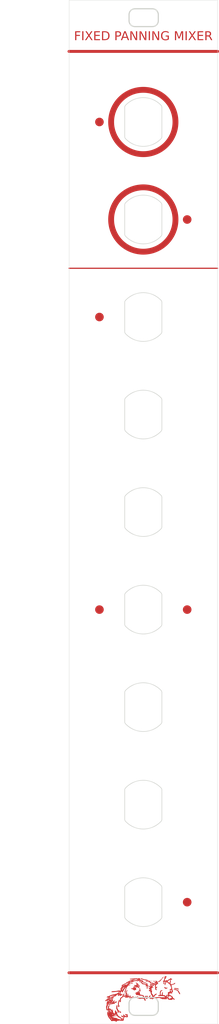
<source format=kicad_pcb>
(kicad_pcb (version 20240108) (generator "pcbnew") (generator_version "8.0")
  (layers (0 "F.Cu" signal) (31 "B.Cu" signal) (34 "B.Paste" user) (35 "F.Paste" user) (36 "B.SilkS" user "B.Silkscreen") (37 "F.SilkS" user "F.Silkscreen") (38 "B.Mask" user) (39 "F.Mask" user) (44 "Edge.Cuts" user))
  (net 0 "")
  (footprint "Library:BananaJackInputMountingHole" (layer "F.Cu") (at 127 151.60625)
    (property "Reference" "REF**" (hide yes))
    (property "Value" "BananaJackInputMountingHole" (hide yes))
    (fp_line (start -3.174999 2.501101) (end -3.174999 -2.5063) (stroke (width 0.1)) (layer "Edge.Cuts"))
    (fp_line (start 3.175001 -2.501301) (end 3.175001 2.5063) (stroke (width 0.1)) (layer "Edge.Cuts"))
    (fp_arc (start -3.174999 -2.5063) (mid -3.140023 -2.69) (end -3.039999 -2.848) (stroke (width 0.1)) (layer "Edge.Cuts"))
    (fp_arc (start -3.039999 -2.848) (mid 0.000001 -4.165658) (end 3.040001 -2.848) (stroke (width 0.1)) (layer "Edge.Cuts"))
    (fp_arc (start -3.039999 2.848) (mid -3.140967 2.687575) (end -3.174999 2.501101) (stroke (width 0.1)) (layer "Edge.Cuts"))
    (fp_arc (start 3.040001 -2.848) (mid 3.140968 -2.687681) (end 3.175001 -2.501301) (stroke (width 0.1)) (layer "Edge.Cuts"))
    (fp_arc (start 3.040001 2.848) (mid 0.000001 4.165658) (end -3.039999 2.848) (stroke (width 0.1)) (layer "Edge.Cuts"))
    (fp_arc (start 3.175001 2.5063) (mid 3.140031 2.690002) (end 3.040001 2.848) (stroke (width 0.1)) (layer "Edge.Cuts"))
  )
  (footprint "Library:BananaJackInputMountingHole" (layer "F.Cu") (at 127 84.93125)
    (property "Reference" "REF**" (hide yes))
    (property "Value" "BananaJackInputMountingHole" (hide yes))
    (fp_line (start -3.174999 2.501101) (end -3.174999 -2.5063) (stroke (width 0.1)) (layer "Edge.Cuts"))
    (fp_line (start 3.175001 -2.501301) (end 3.175001 2.5063) (stroke (width 0.1)) (layer "Edge.Cuts"))
    (fp_arc (start -3.174999 -2.5063) (mid -3.140023 -2.69) (end -3.039999 -2.848) (stroke (width 0.1)) (layer "Edge.Cuts"))
    (fp_arc (start -3.039999 -2.848) (mid 0.000001 -4.165658) (end 3.040001 -2.848) (stroke (width 0.1)) (layer "Edge.Cuts"))
    (fp_arc (start -3.039999 2.848) (mid -3.140967 2.687575) (end -3.174999 2.501101) (stroke (width 0.1)) (layer "Edge.Cuts"))
    (fp_arc (start 3.040001 -2.848) (mid 3.140968 -2.687681) (end 3.175001 -2.501301) (stroke (width 0.1)) (layer "Edge.Cuts"))
    (fp_arc (start 3.040001 2.848) (mid 0.000001 4.165658) (end -3.039999 2.848) (stroke (width 0.1)) (layer "Edge.Cuts"))
    (fp_arc (start 3.175001 2.5063) (mid 3.140031 2.690002) (end 3.040001 2.848) (stroke (width 0.1)) (layer "Edge.Cuts"))
  )
  (footprint "Library:BananaJackInputMountingHole" (layer "F.Cu") (at 127 68.2625)
    (property "Reference" "REF**" (hide yes))
    (property "Value" "BananaJackInputMountingHole" (hide yes))
    (fp_line (start -3.174999 2.501101) (end -3.174999 -2.5063) (stroke (width 0.1)) (layer "Edge.Cuts"))
    (fp_line (start 3.175001 -2.501301) (end 3.175001 2.5063) (stroke (width 0.1)) (layer "Edge.Cuts"))
    (fp_arc (start -3.174999 -2.5063) (mid -3.140023 -2.69) (end -3.039999 -2.848) (stroke (width 0.1)) (layer "Edge.Cuts"))
    (fp_arc (start -3.039999 -2.848) (mid 0.000001 -4.165658) (end 3.040001 -2.848) (stroke (width 0.1)) (layer "Edge.Cuts"))
    (fp_arc (start -3.039999 2.848) (mid -3.140967 2.687575) (end -3.174999 2.501101) (stroke (width 0.1)) (layer "Edge.Cuts"))
    (fp_arc (start 3.040001 -2.848) (mid 3.140968 -2.687681) (end 3.175001 -2.501301) (stroke (width 0.1)) (layer "Edge.Cuts"))
    (fp_arc (start 3.040001 2.848) (mid 0.000001 4.165658) (end -3.039999 2.848) (stroke (width 0.1)) (layer "Edge.Cuts"))
    (fp_arc (start 3.175001 2.5063) (mid 3.140031 2.690002) (end 3.040001 2.848) (stroke (width 0.1)) (layer "Edge.Cuts"))
  )
  (footprint "Library:BananaJackInputMountingHole" (layer "F.Cu") (at 127 168.275)
    (property "Reference" "REF**" (hide yes))
    (property "Value" "BananaJackInputMountingHole" (hide yes))
    (fp_line (start -3.174999 2.501101) (end -3.174999 -2.5063) (stroke (width 0.1)) (layer "Edge.Cuts"))
    (fp_line (start 3.175001 -2.501301) (end 3.175001 2.5063) (stroke (width 0.1)) (layer "Edge.Cuts"))
    (fp_arc (start -3.174999 -2.5063) (mid -3.140023 -2.69) (end -3.039999 -2.848) (stroke (width 0.1)) (layer "Edge.Cuts"))
    (fp_arc (start -3.039999 -2.848) (mid 0.000001 -4.165658) (end 3.040001 -2.848) (stroke (width 0.1)) (layer "Edge.Cuts"))
    (fp_arc (start -3.039999 2.848) (mid -3.140967 2.687575) (end -3.174999 2.501101) (stroke (width 0.1)) (layer "Edge.Cuts"))
    (fp_arc (start 3.040001 -2.848) (mid 3.140968 -2.687681) (end 3.175001 -2.501301) (stroke (width 0.1)) (layer "Edge.Cuts"))
    (fp_arc (start 3.040001 2.848) (mid 0.000001 4.165658) (end -3.039999 2.848) (stroke (width 0.1)) (layer "Edge.Cuts"))
    (fp_arc (start 3.175001 2.5063) (mid 3.140031 2.690002) (end 3.040001 2.848) (stroke (width 0.1)) (layer "Edge.Cuts"))
  )
  (footprint "Library:4UMountingHole" (layer "F.Cu") (at 127 186.1)
    (property "Reference" "REF**" (hide yes))
    (property "Value" "4UMountingHole" (hide yes))
    (fp_line (start -2.4375 0.525) (end -2.4375 -0.525) (stroke (width 0.2)) (layer "Edge.Cuts"))
    (fp_line (start -1.4375 -1.525) (end 1.5625 -1.525) (stroke (width 0.2)) (layer "Edge.Cuts"))
    (fp_line (start 1.5625 1.525) (end -1.4375 1.525) (stroke (width 0.2)) (layer "Edge.Cuts"))
    (fp_line (start 2.5625 -0.525) (end 2.5625 0.525) (stroke (width 0.2)) (layer "Edge.Cuts"))
    (fp_arc (start -2.4375 -0.525) (mid -2.144607 -1.232107) (end -1.4375 -1.525) (stroke (width 0.2)) (layer "Edge.Cuts"))
    (fp_arc (start -1.4375 1.525) (mid -2.144607 1.232107) (end -2.4375 0.525) (stroke (width 0.2)) (layer "Edge.Cuts"))
    (fp_arc (start 1.5625 -1.525) (mid 2.269607 -1.232107) (end 2.5625 -0.525) (stroke (width 0.2)) (layer "Edge.Cuts"))
    (fp_arc (start 2.5625 0.525) (mid 2.269607 1.232107) (end 1.5625 1.525) (stroke (width 0.2)) (layer "Edge.Cuts"))
  )
  (footprint "Library:4UMountingHole" (layer "F.Cu") (at 127 17.1)
    (property "Reference" "REF**" (hide yes))
    (property "Value" "4UMountingHole" (hide yes))
    (fp_line (start -2.4375 0.525) (end -2.4375 -0.525) (stroke (width 0.2)) (layer "Edge.Cuts"))
    (fp_line (start -1.4375 -1.525) (end 1.5625 -1.525) (stroke (width 0.2)) (layer "Edge.Cuts"))
    (fp_line (start 1.5625 1.525) (end -1.4375 1.525) (stroke (width 0.2)) (layer "Edge.Cuts"))
    (fp_line (start 2.5625 -0.525) (end 2.5625 0.525) (stroke (width 0.2)) (layer "Edge.Cuts"))
    (fp_arc (start -2.4375 -0.525) (mid -2.144607 -1.232107) (end -1.4375 -1.525) (stroke (width 0.2)) (layer "Edge.Cuts"))
    (fp_arc (start -1.4375 1.525) (mid -2.144607 1.232107) (end -2.4375 0.525) (stroke (width 0.2)) (layer "Edge.Cuts"))
    (fp_arc (start 1.5625 -1.525) (mid 2.269607 -1.232107) (end 2.5625 -0.525) (stroke (width 0.2)) (layer "Edge.Cuts"))
    (fp_arc (start 2.5625 0.525) (mid 2.269607 1.232107) (end 1.5625 1.525) (stroke (width 0.2)) (layer "Edge.Cuts"))
  )
  (footprint "Library:BananaJackInputMountingHole" (layer "F.Cu") (at 127 118.26875)
    (property "Reference" "REF**" (hide yes))
    (property "Value" "BananaJackInputMountingHole" (hide yes))
    (fp_line (start -3.174999 2.501101) (end -3.174999 -2.5063) (stroke (width 0.1)) (layer "Edge.Cuts"))
    (fp_line (start 3.175001 -2.501301) (end 3.175001 2.5063) (stroke (width 0.1)) (layer "Edge.Cuts"))
    (fp_arc (start -3.174999 -2.5063) (mid -3.140023 -2.69) (end -3.039999 -2.848) (stroke (width 0.1)) (layer "Edge.Cuts"))
    (fp_arc (start -3.039999 -2.848) (mid 0.000001 -4.165658) (end 3.040001 -2.848) (stroke (width 0.1)) (layer "Edge.Cuts"))
    (fp_arc (start -3.039999 2.848) (mid -3.140967 2.687575) (end -3.174999 2.501101) (stroke (width 0.1)) (layer "Edge.Cuts"))
    (fp_arc (start 3.040001 -2.848) (mid 3.140968 -2.687681) (end 3.175001 -2.501301) (stroke (width 0.1)) (layer "Edge.Cuts"))
    (fp_arc (start 3.040001 2.848) (mid 0.000001 4.165658) (end -3.039999 2.848) (stroke (width 0.1)) (layer "Edge.Cuts"))
    (fp_arc (start 3.175001 2.5063) (mid 3.140031 2.690002) (end 3.040001 2.848) (stroke (width 0.1)) (layer "Edge.Cuts"))
  )
  (footprint "Library:BananaJackInputMountingHole" (layer "F.Cu") (at 127 134.9375)
    (property "Reference" "REF**" (hide yes))
    (property "Value" "BananaJackInputMountingHole" (hide yes))
    (fp_line (start -3.174999 2.501101) (end -3.174999 -2.5063) (stroke (width 0.1)) (layer "Edge.Cuts"))
    (fp_line (start 3.175001 -2.501301) (end 3.175001 2.5063) (stroke (width 0.1)) (layer "Edge.Cuts"))
    (fp_arc (start -3.174999 -2.5063) (mid -3.140023 -2.69) (end -3.039999 -2.848) (stroke (width 0.1)) (layer "Edge.Cuts"))
    (fp_arc (start -3.039999 -2.848) (mid 0.000001 -4.165658) (end 3.040001 -2.848) (stroke (width 0.1)) (layer "Edge.Cuts"))
    (fp_arc (start -3.039999 2.848) (mid -3.140967 2.687575) (end -3.174999 2.501101) (stroke (width 0.1)) (layer "Edge.Cuts"))
    (fp_arc (start 3.040001 -2.848) (mid 3.140968 -2.687681) (end 3.175001 -2.501301) (stroke (width 0.1)) (layer "Edge.Cuts"))
    (fp_arc (start 3.040001 2.848) (mid 0.000001 4.165658) (end -3.039999 2.848) (stroke (width 0.1)) (layer "Edge.Cuts"))
    (fp_arc (start 3.175001 2.5063) (mid 3.140031 2.690002) (end 3.040001 2.848) (stroke (width 0.1)) (layer "Edge.Cuts"))
  )
  (footprint "Library:BananaJackInputMountingHole" (layer "F.Cu") (at 127 101.6)
    (property "Reference" "REF**" (hide yes))
    (property "Value" "BananaJackInputMountingHole" (hide yes))
    (fp_line (start -3.174999 2.501101) (end -3.174999 -2.5063) (stroke (width 0.1)) (layer "Edge.Cuts"))
    (fp_line (start 3.175001 -2.501301) (end 3.175001 2.5063) (stroke (width 0.1)) (layer "Edge.Cuts"))
    (fp_arc (start -3.174999 -2.5063) (mid -3.140023 -2.69) (end -3.039999 -2.848) (stroke (width 0.1)) (layer "Edge.Cuts"))
    (fp_arc (start -3.039999 -2.848) (mid 0.000001 -4.165658) (end 3.040001 -2.848) (stroke (width 0.1)) (layer "Edge.Cuts"))
    (fp_arc (start -3.039999 2.848) (mid -3.140967 2.687575) (end -3.174999 2.501101) (stroke (width 0.1)) (layer "Edge.Cuts"))
    (fp_arc (start 3.040001 -2.848) (mid 3.140968 -2.687681) (end 3.175001 -2.501301) (stroke (width 0.1)) (layer "Edge.Cuts"))
    (fp_arc (start 3.040001 2.848) (mid 0.000001 4.165658) (end -3.039999 2.848) (stroke (width 0.1)) (layer "Edge.Cuts"))
    (fp_arc (start 3.175001 2.5063) (mid 3.140031 2.690002) (end 3.040001 2.848) (stroke (width 0.1)) (layer "Edge.Cuts"))
  )
  (footprint "Library:BananaJackOutputMountingHole" (layer "F.Cu") (at 127 51.59375)
    (property "Reference" "REF**" (hide yes))
    (property "Value" "BananaJackOutputMountingHole" (hide yes))
    (fp_circle (center 0 0) (end 5.5 0) (stroke (width 1)) (fill none) (layer "F.Cu"))
    (fp_line (start -3.174999 2.501101) (end -3.174999 -2.5063) (stroke (width 0.1)) (layer "Edge.Cuts"))
    (fp_line (start 3.175001 -2.501301) (end 3.175001 2.5063) (stroke (width 0.1)) (layer "Edge.Cuts"))
    (fp_arc (start -3.174999 -2.5063) (mid -3.140023 -2.69) (end -3.039999 -2.848) (stroke (width 0.1)) (layer "Edge.Cuts"))
    (fp_arc (start -3.039999 -2.848) (mid 0.000001 -4.165658) (end 3.040001 -2.848) (stroke (width 0.1)) (layer "Edge.Cuts"))
    (fp_arc (start -3.039999 2.848) (mid -3.140967 2.687575) (end -3.174999 2.501101) (stroke (width 0.1)) (layer "Edge.Cuts"))
    (fp_arc (start 3.040001 -2.848) (mid 3.140988 -2.687686) (end 3.175001 -2.501301) (stroke (width 0.1)) (layer "Edge.Cuts"))
    (fp_arc (start 3.040001 2.848) (mid 0.000001 4.165658) (end -3.039999 2.848) (stroke (width 0.1)) (layer "Edge.Cuts"))
    (fp_arc (start 3.175001 2.5063) (mid 3.140031 2.690002) (end 3.040001 2.848) (stroke (width 0.1)) (layer "Edge.Cuts"))
  )
  (footprint "Library:BananaJackOutputMountingHole" (layer "F.Cu") (at 127 34.925)
    (property "Reference" "REF**" (hide yes))
    (property "Value" "BananaJackOutputMountingHole" (hide yes))
    (fp_circle (center 0 0) (end 5.5 0) (stroke (width 1)) (fill none) (layer "F.Cu"))
    (fp_line (start -3.174999 2.501101) (end -3.174999 -2.5063) (stroke (width 0.1)) (layer "Edge.Cuts"))
    (fp_line (start 3.175001 -2.501301) (end 3.175001 2.5063) (stroke (width 0.1)) (layer "Edge.Cuts"))
    (fp_arc (start -3.174999 -2.5063) (mid -3.140023 -2.69) (end -3.039999 -2.848) (stroke (width 0.1)) (layer "Edge.Cuts"))
    (fp_arc (start -3.039999 -2.848) (mid 0.000001 -4.165658) (end 3.040001 -2.848) (stroke (width 0.1)) (layer "Edge.Cuts"))
    (fp_arc (start -3.039999 2.848) (mid -3.140967 2.687575) (end -3.174999 2.501101) (stroke (width 0.1)) (layer "Edge.Cuts"))
    (fp_arc (start 3.040001 -2.848) (mid 3.140988 -2.687686) (end 3.175001 -2.501301) (stroke (width 0.1)) (layer "Edge.Cuts"))
    (fp_arc (start 3.040001 2.848) (mid 0.000001 4.165658) (end -3.039999 2.848) (stroke (width 0.1)) (layer "Edge.Cuts"))
    (fp_arc (start 3.175001 2.5063) (mid 3.140031 2.690002) (end 3.040001 2.848) (stroke (width 0.1)) (layer "Edge.Cuts"))
  )
  (gr_poly (pts (xy 124.037986 187.41595) (xy 124.151397 187.432941) (xy 124.252821 187.453167) (xy 124.354244 187.473395) (xy 124.354244 187.505603) (xy 124.298489 187.613421) (xy 124.354244 187.783882) (xy 124.354244 187.887586) (xy 124.327528 187.909759) (xy 124.300812 187.93193) (xy 124.182007 187.940375) (xy 124.063202 187.94882) (xy 123.949918 187.902723) (xy 123.836634 187.856627) (xy 123.807439 187.856627) (xy 123.807439 187.997739) (xy 123.741293 187.995094) (xy 123.675147 187.992449) (xy 123.622231 187.98544) (xy 123.569314 187.978425) (xy 123.442848 187.917687) (xy 123.316383 187.85695) (xy 123.26205 187.791034) (xy 123.207717 187.72512) (xy 123.207717 187.697123) (xy 123.253121 187.676436) (xy 123.298525 187.655748) (xy 123.332257 187.676814) (xy 123.365988 187.69788) (xy 123.430873 187.69788) (xy 123.4723 187.741977) (xy 123.513728 187.786074) (xy 123.560495 187.786074) (xy 123.560495 187.821351) (xy 123.63105 187.821351) (xy 123.63105 187.784668) (xy 123.595773 187.715518) (xy 123.560495 187.646367) (xy 123.560495 187.554448) (xy 123.597014 187.486213) (xy 123.701606 187.486213) (xy 123.701606 187.556547) (xy 123.774808 187.609574) (xy 123.84801 187.662601) (xy 123.893881 187.662601) (xy 123.907986 187.6848) (xy 123.922092 187.706997) (xy 124.010286 187.737803) (xy 124.098481 187.768609) (xy 124.138168 187.768509) (xy 124.177856 187.768409) (xy 124.177295 187.746361) (xy 124.176734 187.724312) (xy 124.153302 187.693445) (xy 124.12987 187.662602) (xy 124.093435 187.662602) (xy 124.084119 187.638324) (xy 124.074803 187.614045) (xy 124.024905 187.620051) (xy 123.975008 187.626057) (xy 124.005877 187.616578) (xy 124.036744 187.607099) (xy 124.036744 187.572423) (xy 123.957369 187.537312) (xy 123.877994 187.502201) (xy 123.877994 187.437616) (xy 123.901284 187.418287) (xy 123.924574 187.398958)) (stroke (width -0.000001)) (fill solid) (layer "F.Cu"))
  (gr_poly (pts (xy 132.616218 183.189986) (xy 132.75157 183.232945) (xy 132.84287 183.289122) (xy 132.934171 183.3453) (xy 133.000694 183.400504) (xy 133.067217 183.455708) (xy 133.067517 183.489849) (xy 133.067817 183.523991) (xy 133.136916 183.597543) (xy 133.227097 183.779662) (xy 133.317277 183.96178) (xy 133.310947 183.96811) (xy 133.304617 183.97444) (xy 133.232501 183.985972) (xy 133.160384 183.997504) (xy 133.128947 183.915107) (xy 133.097472 183.832692) (xy 133.047386 183.769666) (xy 132.9973 183.70664) (xy 132.9973 183.663018) (xy 132.952247 183.582409) (xy 132.907194 183.5018) (xy 132.842949 183.445393) (xy 132.778704 183.388985) (xy 132.687367 183.348592) (xy 132.59603 183.308199) (xy 132.501213 183.287945) (xy 132.406396 183.267691) (xy 132.33584 183.259512) (xy 132.265284 183.251332) (xy 132.225597 183.24295) (xy 132.185909 183.234568) (xy 132.185909 183.168799) (xy 132.225597 183.158164) (xy 132.265284 183.147528) (xy 132.373074 183.147278) (xy 132.480865 183.147028)) (stroke (width -0.000001)) (fill solid) (layer "F.Cu"))
  (gr_poly (pts (xy 130.968845 180.998273) (xy 130.968845 181.082091) (xy 130.929157 181.10299) (xy 130.88947 181.12389) (xy 130.877398 181.142468) (xy 130.865325 181.161045) (xy 130.875152 181.210177) (xy 130.884978 181.259308) (xy 130.855198 181.304759) (xy 130.825417 181.350209) (xy 130.773659 181.338841) (xy 130.721901 181.327473) (xy 130.721901 181.437222) (xy 130.685529 181.545191) (xy 130.649156 181.65316) (xy 130.669714 181.665866) (xy 130.690273 181.678571) (xy 130.781052 181.689415) (xy 130.871832 181.700258) (xy 130.927531 181.634329) (xy 130.98323 181.5684) (xy 131.025681 181.608087) (xy 131.068132 181.647775) (xy 131.118774 181.647645) (xy 131.180511 181.610746) (xy 131.242247 181.573847) (xy 131.280946 181.533273) (xy 131.319643 181.4927) (xy 131.404417 181.461415) (xy 131.489191 181.430131) (xy 131.520673 181.403372) (xy 131.552156 181.376613) (xy 131.573756 181.331396) (xy 131.595355 181.286179) (xy 131.634088 181.280646) (xy 131.672822 181.275113) (xy 131.703989 181.311514) (xy 131.735157 181.347915) (xy 131.84294 181.347915) (xy 131.882142 181.375373) (xy 131.921345 181.402832) (xy 131.921345 181.473187) (xy 131.864019 181.497067) (xy 131.806693 181.520946) (xy 131.718498 181.533669) (xy 131.630304 181.546393) (xy 131.612665 181.559581) (xy 131.595026 181.57277) (xy 131.512555 181.584699) (xy 131.430084 181.596627) (xy 131.368968 181.64425) (xy 131.307853 181.691873) (xy 131.226543 181.739946) (xy 131.145234 181.788018) (xy 131.145234 181.835012) (xy 131.2202 181.890783) (xy 131.295165 181.946553) (xy 131.339809 181.982933) (xy 131.384453 182.019313) (xy 131.434296 182.023162) (xy 131.48414 182.027012) (xy 131.517284 181.982914) (xy 131.55043 181.938817) (xy 131.556775 181.815345) (xy 131.56312 181.691873) (xy 131.57646 181.697166) (xy 131.589799 181.702459) (xy 131.618871 181.644249) (xy 131.647942 181.586039) (xy 131.689735 181.580127) (xy 131.731528 181.574215) (xy 131.720042 181.641863) (xy 131.708556 181.709512) (xy 131.675893 181.938817) (xy 131.658276 182.018192) (xy 131.640659 182.097567) (xy 131.63912 182.17684) (xy 131.769135 182.320752) (xy 131.83201 182.309719) (xy 131.894885 182.298686) (xy 131.974259 182.275191) (xy 132.053634 182.251696) (xy 132.12821 182.231367) (xy 132.202786 182.211038) (xy 132.283623 182.141073) (xy 132.36446 182.071109) (xy 132.394708 182.071109) (xy 132.422608 182.081816) (xy 132.450509 182.092522) (xy 132.450109 182.150485) (xy 132.379527 182.224284) (xy 132.308946 182.298083) (xy 132.071253 182.367899) (xy 131.998651 182.387074) (xy 131.926049 182.406249) (xy 131.836833 182.406249) (xy 131.829015 182.472395) (xy 131.821198 182.53854) (xy 131.794264 182.599786) (xy 131.838757 182.616701) (xy 131.883249 182.633617) (xy 131.87328 182.674273) (xy 131.863311 182.714928) (xy 131.846059 182.736977) (xy 131.828809 182.759026) (xy 131.791281 182.759586) (xy 131.753754 182.760146) (xy 131.787991 182.786042) (xy 131.822229 182.811938) (xy 131.833499 182.793703) (xy 131.844769 182.775468) (xy 131.872401 182.786071) (xy 131.900034 182.796675) (xy 131.914138 182.879273) (xy 131.928243 182.961871) (xy 131.924143 183.014787) (xy 131.920042 183.067704) (xy 131.95596 183.137579) (xy 131.991878 183.207455) (xy 131.991878 183.24906) (xy 132.026769 183.325951) (xy 132.061659 183.402843) (xy 132.062059 183.466357) (xy 132.062459 183.52987) (xy 132.044316 183.581913) (xy 132.026173 183.633957) (xy 131.972058 183.665924) (xy 131.917943 183.69789) (xy 131.929916 183.777734) (xy 131.941889 183.857579) (xy 131.918389 183.872476) (xy 131.894889 183.887373) (xy 131.760912 183.887873) (xy 131.720493 183.844261) (xy 131.680074 183.800648) (xy 131.629842 183.85308) (xy 131.579608 183.905513) (xy 131.414139 183.905513) (xy 131.396377 183.927561) (xy 131.378616 183.94961) (xy 131.366354 184.006951) (xy 131.354093 184.064291) (xy 131.378698 184.073733) (xy 131.403303 184.083175) (xy 131.446249 184.066806) (xy 131.489195 184.050438) (xy 131.555341 184.087056) (xy 131.621486 184.123675) (xy 131.621486 184.187744) (xy 131.711112 184.236247) (xy 131.800739 184.284748) (xy 131.862591 184.332559) (xy 131.924443 184.380368) (xy 131.956375 184.390503) (xy 131.988307 184.400637) (xy 132.027404 184.496964) (xy 132.066501 184.593292) (xy 132.139446 184.665076) (xy 132.21239 184.73686) (xy 132.287909 184.781798) (xy 132.363428 184.826735) (xy 132.340364 184.902109) (xy 132.322724 184.924157) (xy 132.305084 184.946205) (xy 132.241551 184.946205) (xy 132.160671 184.884469) (xy 132.079793 184.822733) (xy 132.066704 184.822733) (xy 131.964484 184.902107) (xy 131.862266 184.981482) (xy 131.763925 184.978497) (xy 131.665585 184.975513) (xy 131.524452 184.964993) (xy 131.383341 184.954465) (xy 131.198767 184.857746) (xy 131.168464 184.811497) (xy 131.138161 184.765248) (xy 131.128459 184.69381) (xy 131.118758 184.622373) (xy 131.067353 184.608654) (xy 131.015948 184.594936) (xy 131.00208 184.603507) (xy 130.988211 184.612077) (xy 131.032612 184.677505) (xy 131.077013 184.742933) (xy 131.000871 184.809897) (xy 130.924731 184.876862) (xy 130.845356 184.866044) (xy 130.765981 184.855226) (xy 130.695425 184.859451) (xy 130.62487 184.863677) (xy 130.580772 184.861552) (xy 130.536675 184.859427) (xy 130.461147 184.847994) (xy 130.385618 184.836561) (xy 130.331731 184.858882) (xy 130.277844 184.881203) (xy 130.23969 184.836203) (xy 130.201536 184.791204) (xy 130.028922 184.769802) (xy 129.953996 184.720173) (xy 129.87907 184.670544) (xy 129.778624 184.646447) (xy 129.678178 184.62235) (xy 129.516523 184.654082) (xy 129.354868 184.685813) (xy 129.150272 184.679267) (xy 128.945677 184.672721) (xy 128.91733 184.649196) (xy 128.888984 184.62567) (xy 128.870572 184.637049) (xy 128.852161 184.648429) (xy 128.852161 184.714382) (xy 128.796724 184.769819) (xy 128.712653 184.769819) (xy 128.624458 184.858013) (xy 128.487142 184.858013) (xy 128.446466 184.822736) (xy 128.405791 184.787457) (xy 128.378602 184.787457) (xy 128.291972 184.807454) (xy 128.205344 184.827451) (xy 128.153925 184.802838) (xy 128.102508 184.778224) (xy 128.082658 184.716695) (xy 128.062808 184.655166) (xy 128.020922 184.649066) (xy 127.979036 184.642967) (xy 127.956987 184.624858) (xy 127.934939 184.60675) (xy 127.934939 184.488311) (xy 127.962386 184.419713) (xy 127.989834 184.351115) (xy 128.168993 184.205375) (xy 128.23921 184.205375) (xy 128.217339 184.314726) (xy 128.162207 184.384336) (xy 128.107075 184.453946) (xy 128.125531 184.472402) (xy 128.16019 184.450757) (xy 128.194849 184.429112) (xy 128.252438 184.451211) (xy 128.252438 184.679542) (xy 128.268093 184.689217) (xy 128.283748 184.698892) (xy 128.366471 184.602063) (xy 128.449194 184.505235) (xy 128.496863 184.505235) (xy 128.5523 184.560671) (xy 128.5523 184.681624) (xy 128.600038 184.681624) (xy 128.591142 184.589019) (xy 128.582246 184.496415) (xy 128.560416 184.478776) (xy 128.538587 184.461137) (xy 128.492129 184.219071) (xy 128.44725 184.190581) (xy 128.402371 184.162091) (xy 128.376452 184.125998) (xy 128.376202 184.087571) (xy 128.375951 184.049143) (xy 128.352279 184.02547) (xy 128.328606 184.001798) (xy 128.308182 183.963634) (xy 128.287757 183.92547) (xy 128.287257 183.843776) (xy 128.258378 183.764401) (xy 128.229499 183.685026) (xy 128.218947 183.615008) (xy 128.208395 183.54499) (xy 128.10034 183.499922) (xy 127.992285 183.454853) (xy 127.964627 183.431898) (xy 127.936969 183.408944) (xy 127.956144 183.36686) (xy 127.975319 183.324775) (xy 128.04335 183.279754) (xy 128.111381 183.234733) (xy 128.111381 183.206699) (xy 128.089333 183.179501) (xy 128.067284 183.152303) (xy 128.001138 183.103481) (xy 127.934992 183.054658) (xy 127.934992 182.977235) (xy 127.996294 182.953182) (xy 128.057596 182.929129) (xy 128.114151 182.870779) (xy 128.170706 182.812429) (xy 128.16024 182.801963) (xy 128.149775 182.791497) (xy 128.104848 182.786567) (xy 128.059921 182.781637) (xy 128.014015 182.751558) (xy 127.96811 182.72148) (xy 127.9736 182.682907) (xy 127.978066 182.651529) (xy 128.144208 182.651529) (xy 128.202732 182.668391) (xy 128.261257 182.685254) (xy 128.278896 182.686574) (xy 128.296535 182.687894) (xy 128.322846 182.67126) (xy 128.349157 182.654626) (xy 128.329984 182.635453) (xy 128.310812 182.616281) (xy 128.235015 182.612671) (xy 128.159219 182.609061) (xy 128.151714 182.630295) (xy 128.144208 182.651529) (xy 127.978066 182.651529) (xy 127.97909 182.644334) (xy 128.040827 182.624422) (xy 128.102563 182.604509) (xy 128.11148 182.553866) (xy 128.120396 182.503223) (xy 128.215096 182.497815) (xy 128.309796 182.492408) (xy 128.422442 182.537503) (xy 128.535088 182.582598) (xy 128.620391 182.582598) (xy 128.649048 182.611256) (xy 128.677705 182.639912) (xy 128.672356 182.677401) (xy 128.667008 182.71489) (xy 128.574403 182.720221) (xy 128.481799 182.725553) (xy 128.481799 182.775027) (xy 128.547945 182.786091) (xy 128.614091 182.797154) (xy 128.658188 182.810408) (xy 128.702285 182.823663) (xy 128.702285 182.908918) (xy 128.584943 182.914094) (xy 128.4676 182.91927) (xy 128.457004 182.961488) (xy 128.446408 183.003705) (xy 128.389282 183.009228) (xy 128.332157 183.014751) (xy 128.326555 183.044346) (xy 128.320953 183.073941) (xy 128.368729 183.079624) (xy 128.416505 183.085306) (xy 128.435085 183.114988) (xy 128.453664 183.144669) (xy 128.411636 183.234399) (xy 128.369609 183.324129) (xy 128.388941 183.343462) (xy 128.408273 183.362794) (xy 128.449446 183.383523) (xy 128.490619 183.404252) (xy 128.488348 183.526279) (xy 128.458379 183.663376) (xy 128.428409 183.800473) (xy 128.494377 183.896695) (xy 128.522787 183.940792) (xy 128.551196 183.98489) (xy 128.60469 184.060479) (xy 128.658184 184.136069) (xy 128.658184 184.258292) (xy 128.676208 184.258292) (xy 128.755783 184.220887) (xy 128.835359 184.183483) (xy 128.865834 184.145108) (xy 128.896309 184.106734) (xy 129.002139 184.028173) (xy 129.107969 183.949612) (xy 129.158505 183.927563) (xy 129.209039 183.905515) (xy 129.257233 183.905515) (xy 129.267982 183.948339) (xy 129.27873 183.991163) (xy 129.267129 184.027714) (xy 129.255528 184.064264) (xy 129.206894 184.064264) (xy 129.055967 184.183327) (xy 128.905039 184.30239) (xy 128.915229 184.367206) (xy 128.925418 184.432021) (xy 128.889974 184.45099) (xy 128.85453 184.469959) (xy 128.78543 184.469959) (xy 128.774724 184.49786) (xy 128.764017 184.525761) (xy 128.764017 184.575792) (xy 128.852211 184.575792) (xy 128.852211 184.528362) (xy 129.103565 184.528712) (xy 129.354919 184.529062) (xy 129.473299 184.506481) (xy 129.591678 184.483901) (xy 129.868259 184.514576) (xy 130.14484 184.545252) (xy 130.261407 184.536601) (xy 130.377975 184.52795) (xy 130.501447 184.540281) (xy 130.624919 184.552612) (xy 130.653873 184.527942) (xy 130.682828 184.503272) (xy 130.674329 184.47077) (xy 130.66583 184.438267) (xy 130.618916 184.394657) (xy 130.572003 184.351045) (xy 130.430891 184.335556) (xy 130.28978 184.320067) (xy 129.601864 184.322557) (xy 129.580376 184.294853) (xy 129.558888 184.267148) (xy 129.558328 184.228501) (xy 129.557768 184.189855) (xy 129.579051 184.176702) (xy 129.600332 184.163549) (xy 129.713236 184.153612) (xy 129.82614 184.143675) (xy 129.83139 183.891726) (xy 129.836639 183.639777) (xy 129.897745 183.511106) (xy 129.95885 183.382436) (xy 130.121829 183.305827) (xy 130.203353 183.305827) (xy 130.224519 183.326994) (xy 130.245686 183.348161) (xy 130.245686 183.411153) (xy 130.165435 183.43136) (xy 130.085185 183.451568) (xy 130.042905 183.535002) (xy 130.000626 183.618436) (xy 129.980098 183.736314) (xy 129.95957 183.854192) (xy 129.966381 183.974721) (xy 129.973192 184.09525) (xy 129.994659 184.121115) (xy 130.016126 184.146981) (xy 130.082398 184.136222) (xy 130.148672 184.125464) (xy 130.160896 184.011097) (xy 130.173119 183.89673) (xy 130.20344 183.795095) (xy 130.23376 183.693461) (xy 130.25508 183.675767) (xy 130.276399 183.658073) (xy 130.315651 183.689858) (xy 130.354903 183.721642) (xy 130.333423 183.800367) (xy 130.311942 183.879091) (xy 130.309683 183.998782) (xy 130.307423 184.118473) (xy 130.331552 184.133401) (xy 130.355682 184.148328) (xy 130.503944 184.167467) (xy 130.652207 184.186605) (xy 130.709121 184.22692) (xy 130.766035 184.267235) (xy 130.801313 184.286524) (xy 130.836591 184.305812) (xy 130.85722 184.383493) (xy 130.877849 184.461174) (xy 130.879829 184.469994) (xy 130.881809 184.478813) (xy 130.906576 184.44612) (xy 130.931343 184.413427) (xy 130.90251 184.337591) (xy 130.936001 184.228495) (xy 130.969492 184.119399) (xy 131.005311 184.108031) (xy 131.04113 184.096662) (xy 131.066742 184.117919) (xy 131.092354 184.139174) (xy 131.092354 184.308946) (xy 131.07521 184.354039) (xy 131.058066 184.399131) (xy 131.068093 184.425263) (xy 131.07812 184.451395) (xy 131.138307 184.462686) (xy 131.198494 184.473977) (xy 131.242438 184.508543) (xy 131.286382 184.543109) (xy 131.286382 184.591062) (xy 131.341294 184.630163) (xy 131.396207 184.669264) (xy 131.420905 184.728378) (xy 131.445605 184.787492) (xy 131.586244 184.787492) (xy 131.586244 184.734057) (xy 131.643123 184.699466) (xy 131.700003 184.664876) (xy 131.793053 184.645558) (xy 131.886105 184.626241) (xy 131.886105 184.613603) (xy 131.816237 184.508414) (xy 131.746369 184.403226) (xy 131.665865 184.375795) (xy 131.585361 184.348364) (xy 131.520047 184.294528) (xy 131.454734 184.240691) (xy 131.39492 184.240691) (xy 131.421217 184.293405) (xy 131.447515 184.346121) (xy 131.441914 184.39483) (xy 131.436314 184.443538) (xy 131.389093 184.448995) (xy 131.341872 184.454453) (xy 131.256801 184.394753) (xy 131.17173 184.335054) (xy 131.166121 184.267967) (xy 131.160511 184.200879) (xy 131.1902 184.024078) (xy 131.219888 183.847277) (xy 131.209607 183.772269) (xy 131.199326 183.697261) (xy 131.220805 183.68015) (xy 131.242285 183.663039) (xy 131.304022 183.650449) (xy 131.365758 183.637858) (xy 131.50687 183.631478) (xy 131.515758 183.52598) (xy 131.524647 183.420481) (xy 131.538847 183.398432) (xy 131.553049 183.376384) (xy 131.623842 183.376384) (xy 131.656371 183.393793) (xy 131.688899 183.411202) (xy 131.700174 183.477938) (xy 131.711449 183.544675) (xy 131.725617 183.567599) (xy 131.739785 183.590523) (xy 131.808076 183.54418) (xy 131.876366 183.497836) (xy 131.888424 183.485778) (xy 131.868946 183.413442) (xy 131.849468 183.341106) (xy 131.723868 183.341106) (xy 131.723795 183.341074) (xy 131.899368 183.341074) (xy 131.921813 183.36812) (xy 131.94426 183.395165) (xy 131.962558 183.389066) (xy 131.980857 183.382967) (xy 131.98784 183.36202) (xy 131.994822 183.341074) (xy 131.899368 183.341074) (xy 131.723795 183.341074) (xy 131.668285 183.316303) (xy 131.612703 183.2915) (xy 131.564706 183.280817) (xy 131.516708 183.270134) (xy 131.497638 183.234502) (xy 131.478568 183.198869) (xy 131.577007 183.155335) (xy 131.675446 183.111801) (xy 131.740675 183.111801) (xy 131.761993 183.086115) (xy 131.78331 183.060429) (xy 131.760394 183.02335) (xy 131.754649 182.93538) (xy 131.797855 182.93538) (xy 131.870492 182.93538) (xy 131.859591 182.917741) (xy 131.848689 182.900102) (xy 131.797855 182.900102) (xy 131.797855 182.93538) (xy 131.754649 182.93538) (xy 131.752835 182.907598) (xy 131.745276 182.791845) (xy 131.692079 182.715896) (xy 131.692079 182.601514) (xy 131.656802 182.582634) (xy 131.621523 182.563754) (xy 131.621523 182.40921) (xy 131.555378 182.357363) (xy 131.489232 182.305516) (xy 131.447984 182.28387) (xy 131.406735 182.262223) (xy 131.268745 182.137557) (xy 131.268745 182.073842) (xy 131.209355 182.054242) (xy 131.149965 182.034641) (xy 131.081473 181.982809) (xy 131.012981 181.930977) (xy 130.983687 181.930486) (xy 130.954392 181.929996) (xy 130.883955 182.079927) (xy 130.871455 182.124024) (xy 130.858956 182.168121) (xy 130.774856 182.28042) (xy 130.774856 182.390927) (xy 130.756596 182.425045) (xy 130.738337 182.459163) (xy 130.671918 182.459163) (xy 130.666061 182.334128) (xy 130.660203 182.209092) (xy 130.683271 182.190011) (xy 130.706339 182.17093) (xy 130.732941 182.107789) (xy 130.759543 182.044649) (xy 130.774557 181.96532) (xy 130.789571 181.88599) (xy 130.771234 181.863896) (xy 130.752898 181.841802) (xy 130.633746 181.841802) (xy 130.633746 181.966381) (xy 130.611697 181.974828) (xy 130.589648 181.983276) (xy 130.601961 182.160619) (xy 130.591588 182.20195) (xy 130.581214 182.243281) (xy 130.542665 182.253362) (xy 130.504115 182.263442) (xy 130.476326 182.247883) (xy 130.448537 182.232324) (xy 130.448437 182.108372) (xy 130.448337 181.98442) (xy 130.492513 181.979257) (xy 130.53669 181.974093) (xy 130.53669 181.92406) (xy 130.448658 181.89616) (xy 130.360627 181.868259) (xy 130.35512 181.839257) (xy 130.349613 181.810256) (xy 130.403465 181.771911) (xy 130.457315 181.733566) (xy 130.457315 181.671562) (xy 130.501412 181.630134) (xy 130.545509 181.588707) (xy 130.545509 181.577185) (xy 130.560194 181.577185) (xy 130.61605 181.577185) (xy 130.616049 181.549257) (xy 130.616049 181.521329) (xy 130.595104 181.528311) (xy 130.574157 181.535293) (xy 130.567175 181.556239) (xy 130.560194 181.577185) (xy 130.545509 181.577185) (xy 130.545509 181.472191) (xy 130.589607 181.355035) (xy 130.633704 181.23788) (xy 130.633704 181.08627) (xy 130.611655 181.077373) (xy 130.589607 181.068477) (xy 130.648966 181.065692) (xy 130.659666 181.03198) (xy 130.670366 180.998269) (xy 130.730234 180.952606) (xy 130.790102 180.906943) (xy 130.860304 180.906943)) (stroke (width -0.000001)) (fill solid) (layer "F.Cu"))
  (gr_poly (pts (xy 127.697972 182.889539) (xy 127.793828 182.934924) (xy 127.793828 183.002162) (xy 127.765926 183.012868) (xy 127.738026 183.023574) (xy 127.726239 183.021344) (xy 127.714452 183.019114) (xy 127.643897 183.001623) (xy 127.573341 182.98413) (xy 127.550166 182.977515) (xy 127.526991 182.970901) (xy 127.532527 182.913597) (xy 127.538064 182.856294) (xy 127.570091 182.850224) (xy 127.602117 182.844154)) (stroke (width -0.000001)) (fill solid) (layer "F.Cu"))
  (gr_circle (center 119.5 68.2625) (end 120.135 68.2625) (stroke (width 0.2)) (fill solid) (layer "F.Cu"))
  (gr_poly (pts (xy 123.123932 186.998934) (xy 123.207717 187.076689) (xy 123.207717 187.13143) (xy 123.168514 187.158888) (xy 123.129312 187.186347) (xy 123.102369 187.185252) (xy 123.075425 187.184157) (xy 123.017859 187.145569) (xy 122.960293 187.106977) (xy 122.945655 187.054061) (xy 122.931018 187.001144) (xy 122.943388 186.965865) (xy 122.955759 186.930588) (xy 122.997953 186.925883) (xy 123.040148 186.921178)) (stroke (width -0.000001)) (fill solid) (layer "F.Cu"))
  (gr_circle (center 119.5 118.26875) (end 120.135 118.26875) (stroke (width 0.2)) (fill solid) (layer "F.Cu"))
  (gr_poly (pts (xy 122.56091 186.078394) (xy 122.550252 186.277948) (xy 122.553177 186.345255) (xy 122.556101 186.412561) (xy 122.637975 186.542531) (xy 122.689131 186.65259) (xy 122.740287 186.76265) (xy 122.881398 186.763049) (xy 122.886257 186.833898) (xy 122.891117 186.904748) (xy 122.87367 186.937348) (xy 122.856224 186.969947) (xy 122.876995 187.024977) (xy 122.897766 187.080006) (xy 122.880763 187.09644) (xy 122.863759 187.112874) (xy 122.784384 187.121751) (xy 122.705009 187.130628) (xy 122.676249 187.122335) (xy 122.647489 187.114022) (xy 122.610103 187.016326) (xy 122.572717 186.91863) (xy 122.572717 186.851085) (xy 122.537439 186.785264) (xy 122.502161 186.719444) (xy 122.502161 186.676592) (xy 122.450307 186.599758) (xy 122.398452 186.522923) (xy 122.387363 186.435713) (xy 122.376273 186.348504) (xy 122.39406 186.164511) (xy 122.411848 185.980519) (xy 122.44552 185.935206) (xy 122.479192 185.889893) (xy 122.52538 185.884367) (xy 122.571568 185.878841)) (stroke (width -0.000001)) (fill solid) (layer "F.Cu"))
  (gr_poly (pts (xy 127.730814 184.269067) (xy 127.75855 184.27971) (xy 127.75855 184.386776) (xy 127.685806 184.501958) (xy 127.613062 184.61714) (xy 127.659348 184.650856) (xy 127.705634 184.684573) (xy 127.705634 184.768583) (xy 127.671516 184.786843) (xy 127.637397 184.805102) (xy 127.534002 184.805102) (xy 127.487525 184.768544) (xy 127.441049 184.731986) (xy 127.441049 184.613999) (xy 127.477344 184.529328) (xy 127.513638 184.444658) (xy 127.575555 184.369096) (xy 127.637473 184.293533) (xy 127.670275 184.275978) (xy 127.703078 184.258423)) (stroke (width -0.000001)) (fill solid) (layer "F.Cu"))
  (gr_circle (center 134.5 168.275) (end 135.135 168.275) (stroke (width 0.2)) (fill solid) (layer "F.Cu"))
  (gr_circle (center 134.5 51.59375) (end 135.135 51.59375) (stroke (width 0.2)) (fill solid) (layer "F.Cu"))
  (gr_poly (pts (xy 130.809058 182.900395) (xy 130.85208 182.919997) (xy 130.895102 182.939599) (xy 130.935889 182.911031) (xy 130.976675 182.882463) (xy 131.087979 182.882463) (xy 131.109937 182.908921) (xy 131.131896 182.935379) (xy 131.111954 182.959408) (xy 131.092012 182.983436) (xy 131.002332 183.029963) (xy 130.912653 183.076491) (xy 130.865775 183.075801) (xy 130.818895 183.075111) (xy 130.76598 183.051491) (xy 130.713063 183.027871) (xy 130.66225 182.973844) (xy 130.611437 182.919817) (xy 130.609332 182.852633) (xy 130.607227 182.785449) (xy 130.671083 182.780111) (xy 130.734939 182.774773)) (stroke (width -0.000001)) (fill solid) (layer "F.Cu"))
  (gr_poly (pts (xy 126.491129 183.226422) (xy 126.502528 183.367533) (xy 126.514219 183.403334) (xy 126.525909 183.439135) (xy 126.507666 183.487119) (xy 126.489422 183.535102) (xy 126.466938 183.532703) (xy 126.444452 183.530303) (xy 126.404726 183.522649) (xy 126.365 183.515) (xy 126.348831 183.484787) (xy 126.332661 183.454574) (xy 126.322873 183.326563) (xy 126.313086 183.198552) (xy 126.376911 183.203667) (xy 126.440735 183.208783) (xy 126.448474 183.186734) (xy 126.456212 183.164685) (xy 126.327346 183.164685) (xy 126.332982 183.124998) (xy 126.338619 183.085311) (xy 126.47973 183.085311)) (stroke (width -0.000001)) (fill solid) (layer "F.Cu"))
  (gr_poly (pts (xy 126.61747 181.277582) (xy 126.656116 181.277837) (xy 126.729231 181.303314) (xy 126.802345 181.328791) (xy 126.868393 181.373613) (xy 126.934441 181.418435) (xy 127.135523 181.418435) (xy 127.157204 181.466022) (xy 127.178886 181.513609) (xy 127.192269 181.491956) (xy 127.205651 181.470303) (xy 127.380675 181.490407) (xy 127.555699 181.510512) (xy 127.572456 181.52621) (xy 127.589213 181.541907) (xy 127.638178 181.541907) (xy 127.780232 181.604365) (xy 127.922286 181.666822) (xy 128.012395 181.686015) (xy 128.102504 181.705209) (xy 128.137296 181.729392) (xy 128.172089 181.753574) (xy 128.552296 181.753574) (xy 128.552296 181.788852) (xy 128.530248 181.791397) (xy 128.508199 181.793943) (xy 128.338406 181.789544) (xy 128.168614 181.785144) (xy 128.149422 181.816198) (xy 128.27975 182.005533) (xy 128.376336 182.032595) (xy 128.472922 182.059658) (xy 128.609317 182.053938) (xy 128.708689 182.0871) (xy 128.808061 182.120263) (xy 129.116896 182.267535) (xy 129.188695 182.256282) (xy 129.18766 182.238644) (xy 129.186624 182.221005) (xy 129.143119 182.20937) (xy 129.099613 182.197735) (xy 129.098911 182.197133) (xy 129.240256 182.197133) (xy 129.301587 182.185322) (xy 129.307813 182.152783) (xy 129.314079 182.120244) (xy 129.294052 182.100217) (xy 129.274025 182.080189) (xy 129.240756 182.132811) (xy 129.240506 182.164972) (xy 129.240256 182.197133) (xy 129.098911 182.197133) (xy 128.950561 182.07015) (xy 128.92872 182.078532) (xy 128.906879 182.086913) (xy 128.895088 182.049762) (xy 128.883297 182.012611) (xy 128.925053 181.980616) (xy 128.96681 181.948622) (xy 129.037366 181.924256) (xy 129.107922 181.899891) (xy 129.1432 181.913687) (xy 129.178478 181.927484) (xy 129.200526 181.928724) (xy 129.222575 181.929963) (xy 129.222575 181.882515) (xy 129.187954 181.851183) (xy 129.153333 181.819852) (xy 129.094631 181.842378) (xy 129.072263 181.823813) (xy 129.049893 181.805248) (xy 128.922327 181.831846) (xy 128.794762 181.858444) (xy 128.717047 181.797314) (xy 128.724337 181.775444) (xy 128.731627 181.753575) (xy 128.652252 181.753575) (xy 128.659602 181.746964) (xy 128.666951 181.740353) (xy 128.772784 181.729544) (xy 128.878617 181.718734) (xy 128.83893 181.73885) (xy 128.799242 181.758967) (xy 128.799242 181.791656) (xy 128.853588 181.77972) (xy 128.907934 181.767784) (xy 129.007929 181.751308) (xy 129.107923 181.734833) (xy 129.138444 181.734263) (xy 129.168964 181.733692) (xy 129.179132 181.71724) (xy 129.1893 181.700788) (xy 129.24034 181.727182) (xy 129.291379 181.753576) (xy 129.34692 181.753576) (xy 129.377276 181.83295) (xy 129.415247 181.867157) (xy 129.453217 181.901364) (xy 129.430918 182.00289) (xy 129.484428 182.062256) (xy 129.511995 182.141631) (xy 129.539562 182.221006) (xy 129.540063 182.26824) (xy 129.467505 182.258091) (xy 129.394946 182.247942) (xy 129.333727 182.31385) (xy 129.272508 182.379757) (xy 129.20816 182.44652) (xy 129.14381 182.513282) (xy 129.138371 182.640548) (xy 129.132932 182.767813) (xy 129.14971 182.792758) (xy 129.166488 182.817703) (xy 129.222337 182.770709) (xy 129.278185 182.723716) (xy 129.3077 182.723965) (xy 129.337215 182.724215) (xy 129.363429 182.74079) (xy 129.389642 182.757364) (xy 129.2979 182.889328) (xy 129.206159 183.021292) (xy 129.194004 183.069723) (xy 129.181849 183.118154) (xy 129.248361 183.173994) (xy 129.314873 183.229834) (xy 129.294556 183.267796) (xy 129.274239 183.305759) (xy 129.172159 183.305759) (xy 129.10918 183.246387) (xy 129.046188 183.186979) (xy 129.046173 183.074408) (xy 129.046159 182.961838) (xy 129.01799 182.829547) (xy 128.989821 182.697255) (xy 128.999801 182.560714) (xy 129.00978 182.424174) (xy 128.953018 182.395094) (xy 128.896257 182.366013) (xy 128.887437 182.352535) (xy 128.878618 182.339058) (xy 128.772784 182.300502) (xy 128.666952 182.261947) (xy 128.613002 182.248505) (xy 128.559052 182.235063) (xy 128.511067 182.203622) (xy 128.463081 182.172181) (xy 128.349277 182.166526) (xy 128.235472 182.160871) (xy 128.199857 182.14181) (xy 128.164243 182.12275) (xy 128.164243 182.071176) (xy 128.101341 182.00155) (xy 128.038438 181.931925) (xy 127.96926 181.934683) (xy 127.900083 181.937442) (xy 127.879452 181.916811) (xy 127.858821 181.89618) (xy 127.88365 181.865999) (xy 127.908479 181.835818) (xy 127.846742 181.851862) (xy 127.785007 181.867907) (xy 127.643896 181.8668) (xy 127.502784 181.865693) (xy 127.445458 181.835638) (xy 127.388132 181.805584) (xy 127.388132 181.754245) (xy 127.479462 181.731323) (xy 127.55286 181.755677) (xy 127.626257 181.780032) (xy 127.829103 181.779927) (xy 128.031951 181.779822) (xy 128.063937 181.766824) (xy 128.095923 181.753827) (xy 128.084944 181.736063) (xy 128.073966 181.7183) (xy 127.653413 181.7183) (xy 127.542821 181.6759) (xy 127.432228 181.633499) (xy 127.344033 181.615913) (xy 127.25584 181.598326) (xy 127.132367 181.569202) (xy 127.008895 181.540078) (xy 126.921564 181.520817) (xy 126.834234 181.501555) (xy 126.648771 181.419534) (xy 126.621123 181.36607) (xy 126.593475 181.312605) (xy 126.557021 181.312605) (xy 126.567923 181.294966) (xy 126.578824 181.277327)) (stroke (width -0.000001)) (fill solid) (layer "F.Cu"))
  (gr_poly (pts (xy 126.444875 182.971987) (xy 126.456493 183.008594) (xy 126.450473 183.014512) (xy 126.444452 183.020429) (xy 126.382435 183.03201) (xy 126.320417 183.043591) (xy 126.30747 183.030643) (xy 126.294523 183.017696) (xy 126.294523 182.970659) (xy 126.362996 182.970659) (xy 126.373897 182.95302) (xy 126.384799 182.935381) (xy 126.433256 182.935381)) (stroke (width -0.000001)) (fill solid) (layer "F.Cu"))
  (gr_poly (pts (xy 130.280911 181.329312) (xy 130.126778 181.483444) (xy 130.102032 181.49294) (xy 130.077285 181.502437) (xy 130.069074 181.601668) (xy 130.047112 181.615818) (xy 130.025149 181.629968) (xy 129.989871 181.625625) (xy 129.954593 181.621283) (xy 129.960152 181.678769) (xy 129.965713 181.736256) (xy 129.909871 181.766964) (xy 129.854029 181.797671) (xy 129.759399 181.853344) (xy 129.664769 181.909018) (xy 129.595415 181.920735) (xy 129.526061 181.932452) (xy 129.513663 181.912396) (xy 129.501267 181.892339) (xy 129.507443 181.886919) (xy 129.513619 181.8815) (xy 129.598476 181.808718) (xy 129.683333 181.735936) (xy 129.752327 181.735936) (xy 129.8681 181.625692) (xy 129.983873 181.515449) (xy 129.999988 181.474909) (xy 130.016103 181.434368) (xy 130.13098 181.381621) (xy 130.190915 181.338292) (xy 130.25085 181.294963) (xy 130.280911 181.294963)) (stroke (width -0.000001)) (fill solid) (layer "F.Cu"))
  (gr_poly (pts (xy 125.524203 182.703636) (xy 125.552593 182.774589) (xy 125.636925 182.854202) (xy 125.721257 182.933815) (xy 125.760945 182.969236) (xy 125.800632 183.004657) (xy 125.800632 183.038819) (xy 125.765217 183.050059) (xy 125.729802 183.061299) (xy 125.756398 183.099269) (xy 125.782994 183.13724) (xy 125.782994 183.24484) (xy 125.720836 183.278315) (xy 125.658677 183.311789) (xy 125.606183 183.272978) (xy 125.553688 183.234167) (xy 125.553688 183.316362) (xy 125.532521 183.337529) (xy 125.511355 183.358696) (xy 125.484015 183.357576) (xy 125.456675 183.356456) (xy 125.421018 183.342016) (xy 125.38536 183.327554) (xy 125.298619 183.245618) (xy 125.211876 183.163683) (xy 125.175526 183.156366) (xy 125.139175 183.149049) (xy 125.069318 183.134322) (xy 124.999461 183.119595) (xy 124.965255 183.061027) (xy 124.93105 183.00246) (xy 124.954126 182.988197) (xy 124.977203 182.973935) (xy 125.03173 182.980575) (xy 125.086258 182.987214) (xy 125.152404 182.998125) (xy 125.218549 183.009037) (xy 125.220019 182.976618) (xy 125.221489 182.9442) (xy 125.225891 182.904521) (xy 125.230291 182.864842) (xy 125.239874 182.85526) (xy 125.249456 182.845677) (xy 125.312671 182.835419) (xy 125.375886 182.825161) (xy 125.422258 182.88027) (xy 125.46863 182.93538) (xy 125.500772 182.93538) (xy 125.500772 182.90128) (xy 125.421397 182.811908) (xy 125.342022 182.722536) (xy 125.342022 182.653158) (xy 125.381709 182.652908) (xy 125.421396 182.652658) (xy 125.458605 182.642671) (xy 125.495813 182.632683)) (stroke (width -0.000001)) (fill solid) (layer "F.Cu"))
  (gr_poly (pts (xy 122.93544 184.957906) (xy 122.960773 184.967627) (xy 122.960773 185.083404) (xy 122.890217 185.288023) (xy 122.819662 185.492642) (xy 122.820017 185.603073) (xy 122.820371 185.713506) (xy 122.836396 185.824314) (xy 122.85242 185.935124) (xy 122.906682 185.985811) (xy 122.960943 186.036498) (xy 122.949811 186.065506) (xy 122.93868 186.094515) (xy 122.886796 186.104891) (xy 122.834912 186.115268) (xy 122.807619 186.156922) (xy 122.780327 186.198575) (xy 122.695083 186.198575) (xy 122.684878 186.171983) (xy 122.674674 186.145393) (xy 122.688401 186.079379) (xy 122.702127 186.013366) (xy 122.69658 185.995727) (xy 122.691032 185.978088) (xy 122.677941 185.79288) (xy 122.66485 185.607672) (xy 122.689211 185.478906) (xy 122.713573 185.350141) (xy 122.769056 185.182816) (xy 122.82454 185.015491) (xy 122.867324 184.981838) (xy 122.910108 184.948184)) (stroke (width -0.000001)) (fill solid) (layer "F.Cu"))
  (gr_poly (pts (xy 124.266913 183.317242) (xy 124.282829 183.333158) (xy 124.231871 183.464999) (xy 124.180912 183.59684) (xy 124.143852 183.720312) (xy 124.106791 183.843784) (xy 124.107868 183.887881) (xy 124.108945 183.931978) (xy 124.15145 183.850376) (xy 124.193954 183.768775) (xy 124.221184 183.758326) (xy 124.248414 183.747877) (xy 124.248414 183.840683) (xy 124.219755 183.939247) (xy 124.191096 184.037812) (xy 124.172487 184.077855) (xy 124.153877 184.117899) (xy 124.175172 184.139195) (xy 124.196468 184.16049) (xy 124.257233 184.122695) (xy 124.292511 184.069152) (xy 124.327789 184.015607) (xy 124.345427 183.988668) (xy 124.363067 183.961728) (xy 124.402754 183.950074) (xy 124.442442 183.93842) (xy 124.442442 184.031876) (xy 124.380706 184.137213) (xy 124.318969 184.242549) (xy 124.318969 184.286833) (xy 124.293072 184.321073) (xy 124.267175 184.355312) (xy 124.266613 184.37952) (xy 124.266053 184.403729) (xy 124.293528 184.380927) (xy 124.321003 184.358124) (xy 124.364106 184.284574) (xy 124.40721 184.211023) (xy 124.452114 184.190563) (xy 124.497018 184.170104) (xy 124.565914 184.170104) (xy 124.565914 184.217727) (xy 124.512997 184.290776) (xy 124.46008 184.363825) (xy 124.46008 184.38177) (xy 124.5014 184.38177) (xy 124.557094 184.334539) (xy 124.655497 184.304547) (xy 124.7539 184.274554) (xy 124.827476 184.286319) (xy 124.901053 184.298084) (xy 124.901053 184.398168) (xy 124.870185 184.4139) (xy 124.839317 184.429633) (xy 124.724664 184.451164) (xy 124.610011 184.472695) (xy 124.553925 184.50528) (xy 124.49784 184.537866) (xy 124.428923 184.519843) (xy 124.370118 184.550253) (xy 124.311312 184.580662) (xy 124.160801 184.589208) (xy 124.010289 184.597753) (xy 123.922094 184.549318) (xy 123.8339 184.500883) (xy 123.81756 184.485839) (xy 123.80122 184.470796) (xy 123.835151 184.433302) (xy 123.869083 184.395808) (xy 123.944096 184.406089) (xy 124.019108 184.416371) (xy 124.019108 184.387235) (xy 123.986849 184.358045) (xy 123.954592 184.328853) (xy 123.926532 184.328853) (xy 123.78396 184.393226) (xy 123.641388 184.457599) (xy 123.59056 184.428428) (xy 123.539732 184.399257) (xy 123.523655 184.409193) (xy 123.507578 184.419129) (xy 123.507578 184.497392) (xy 123.479531 184.537434) (xy 123.451485 184.577477) (xy 123.413385 184.572227) (xy 123.375286 184.566977) (xy 123.369805 184.614446) (xy 123.364324 184.661916) (xy 123.308927 184.667363) (xy 123.25353 184.672811) (xy 123.217394 184.734547) (xy 123.181259 184.796283) (xy 123.17147 185.046094) (xy 123.161682 185.295905) (xy 123.138442 185.323907) (xy 123.115203 185.351909) (xy 123.035236 185.351909) (xy 122.99541 185.319659) (xy 122.955584 185.287409) (xy 122.983925 185.191777) (xy 123.012267 185.096144) (xy 123.018065 184.927325) (xy 123.023863 184.758505) (xy 123.058464 184.70477) (xy 123.093064 184.651035) (xy 123.150707 184.585983) (xy 123.208349 184.520933) (xy 123.355262 184.495854) (xy 123.380063 184.403118) (xy 123.490906 184.188671) (xy 123.601749 183.974223) (xy 123.651641 183.938697) (xy 123.701533 183.90317) (xy 123.750077 183.908755) (xy 123.79862 183.91434) (xy 123.79415 183.955542) (xy 123.78968 183.996745) (xy 123.730201 184.070195) (xy 123.670722 184.143645) (xy 123.61197 184.259334) (xy 123.621697 184.275071) (xy 123.631423 184.290808) (xy 123.74148 184.246359) (xy 123.851537 184.20191) (xy 123.930891 184.180449) (xy 124.010246 184.158989) (xy 124.016488 184.126573) (xy 124.022731 184.094159) (xy 123.99446 184.078337) (xy 123.96619 184.062516) (xy 123.96641 183.988428) (xy 123.966629 183.914339) (xy 124.010018 183.757492) (xy 124.053407 183.600644) (xy 124.106813 183.486518) (xy 124.160219 183.372393) (xy 124.160219 183.324109) (xy 124.205607 183.312717) (xy 124.250996 183.301326)) (stroke (width -0.000001)) (fill solid) (layer "F.Cu"))
  (gr_line (start 114.3 59.928125) (end 139.7 59.928125) (stroke (width 0.2)) (layer "F.Cu"))
  (gr_line (start 114.3 180.34) (end 139.7 180.34) (stroke (width 0.5)) (layer "F.Cu"))
  (gr_poly (pts (xy 130.412209 181.152247) (xy 130.422118 181.168278) (xy 130.3678 181.213983) (xy 130.313483 181.259688) (xy 130.266329 181.258296) (xy 130.219176 181.256904) (xy 130.197126 181.248004) (xy 130.175078 181.239107) (xy 130.175078 181.206251) (xy 130.232404 181.171298) (xy 130.28973 181.136345) (xy 130.346016 181.136281) (xy 130.402302 181.136216)) (stroke (width -0.000001)) (fill solid) (layer "F.Cu"))
  (gr_poly (pts (xy 126.201918 183.38536) (xy 126.232785 183.391269) (xy 126.24636 183.392619) (xy 126.259934 183.393969) (xy 126.245942 183.473344) (xy 126.261152 183.513864) (xy 126.276362 183.554385) (xy 126.307491 183.549142) (xy 126.338619 183.543899) (xy 126.343934 183.61664) (xy 126.34925 183.689381) (xy 126.392441 183.729958) (xy 126.435633 183.770534) (xy 126.435633 183.832859) (xy 126.417946 183.843789) (xy 126.40026 183.85472) (xy 126.417946 183.887767) (xy 126.435633 183.920816) (xy 126.435633 184.058883) (xy 126.589973 184.095797) (xy 126.744313 184.132712) (xy 126.858967 184.15116) (xy 126.973619 184.169607) (xy 127.06922 184.284733) (xy 127.089235 184.33765) (xy 127.109248 184.390566) (xy 127.137132 184.457633) (xy 127.165015 184.524699) (xy 127.299013 184.391487) (xy 127.43301 184.258275) (xy 127.507831 184.258275) (xy 127.529244 184.314076) (xy 127.529244 184.346817) (xy 127.405772 184.479982) (xy 127.282299 184.613147) (xy 127.282299 184.691396) (xy 127.309428 184.730128) (xy 127.336556 184.768858) (xy 127.324792 184.857538) (xy 127.313029 184.946218) (xy 127.36822 184.93518) (xy 127.42341 184.924142) (xy 127.42341 185.031824) (xy 127.376935 185.068382) (xy 127.330459 185.104939) (xy 127.233663 185.104939) (xy 127.215318 185.056456) (xy 127.196973 185.007949) (xy 127.16678 184.924415) (xy 127.136588 184.840881) (xy 127.11684 184.825082) (xy 127.097092 184.809283) (xy 127.026537 184.796423) (xy 126.955981 184.783564) (xy 126.832509 184.781309) (xy 126.709037 184.779054) (xy 126.527221 184.802879) (xy 126.345405 184.826705) (xy 126.322531 184.795423) (xy 126.299656 184.76414) (xy 126.074037 184.736744) (xy 125.991421 184.700062) (xy 125.908806 184.66338) (xy 125.356421 184.66134) (xy 124.804036 184.6593) (xy 124.700087 184.671829) (xy 124.596137 184.684358) (xy 124.581294 184.660946) (xy 124.566452 184.637534) (xy 124.566182 184.599248) (xy 124.565912 184.560962) (xy 124.614418 184.551344) (xy 124.662925 184.541726) (xy 124.724661 184.532723) (xy 124.786397 184.52372) (xy 124.90987 184.513498) (xy 125.033342 184.503276) (xy 125.074917 184.47339) (xy 125.116493 184.443504) (xy 125.180751 184.404108) (xy 125.245008 184.36471) (xy 125.28695 184.364411) (xy 125.328891 184.364111) (xy 125.306327 184.505222) (xy 125.339469 184.505222) (xy 125.615424 184.467561) (xy 125.691338 184.442182) (xy 125.767252 184.416802) (xy 125.801581 184.435175) (xy 125.83591 184.453547) (xy 125.83591 184.48849) (xy 125.884459 184.463384) (xy 125.933007 184.438279) (xy 125.966567 184.401196) (xy 126.000127 184.364111) (xy 126.099252 184.364111) (xy 126.116513 184.396365) (xy 126.133774 184.428618) (xy 126.065215 184.541355) (xy 126.065215 184.558141) (xy 126.101922 184.558141) (xy 126.150666 184.522102) (xy 126.199412 184.486063) (xy 126.272429 184.497739) (xy 126.345447 184.509415) (xy 126.363893 184.562328) (xy 126.382339 184.615242) (xy 126.431034 184.603291) (xy 126.479729 184.591339) (xy 126.585563 184.581745) (xy 126.691395 184.572152) (xy 126.719619 184.536449) (xy 126.747843 184.500746) (xy 126.850446 184.498576) (xy 126.953049 184.496406) (xy 126.960382 184.47439) (xy 126.967716 184.452374) (xy 126.932079 184.394715) (xy 126.896444 184.337054) (xy 126.852232 184.295519) (xy 126.80802 184.253984) (xy 126.748288 184.26519) (xy 126.688556 184.276396) (xy 126.551001 184.257264) (xy 126.413446 184.238132) (xy 126.394553 184.257025) (xy 126.375659 184.275919) (xy 126.332081 184.275919) (xy 126.30988 184.214522) (xy 126.287678 184.153124) (xy 126.216134 184.164164) (xy 126.14459 184.175205) (xy 126.100654 184.191463) (xy 126.056718 184.207721) (xy 126.020617 184.162445) (xy 125.984515 184.117169) (xy 125.932261 184.117729) (xy 125.880007 184.118289) (xy 125.845767 184.144187) (xy 125.811528 184.170084) (xy 125.745865 184.170084) (xy 125.749582 184.067084) (xy 125.753299 183.964084) (xy 125.740647 183.943611) (xy 125.727994 183.923139) (xy 125.65952 183.923139) (xy 125.65952 183.786348) (xy 125.68759 183.763052) (xy 125.715659 183.739756) (xy 125.77545 183.743781) (xy 125.83524 183.747806) (xy 125.82502 183.696707) (xy 125.814801 183.645608) (xy 125.861445 183.633902) (xy 125.908088 183.622195) (xy 125.924916 183.632595) (xy 125.941744 183.642995) (xy 125.941744 183.693829) (xy 125.970246 183.693829) (xy 125.986863 183.620423) (xy 126.003479 183.547018) (xy 126.033502 183.528443) (xy 126.063524 183.509869) (xy 126.076197 183.522541) (xy 126.088869 183.535215) (xy 126.086434 183.627751) (xy 126.083998 183.720288) (xy 126.093515 183.751412) (xy 126.103033 183.782536) (xy 126.133003 183.764014) (xy 126.145968 183.645137) (xy 126.158932 183.52626) (xy 126.16315 183.464524) (xy 126.167368 183.402787) (xy 126.169209 183.391119) (xy 126.171049 183.379451)) (stroke (width -0.000001)) (fill solid) (layer "F.Cu"))
  (gr_poly (pts (xy 125.75312 182.016488) (xy 125.772413 182.035781) (xy 125.847403 182.035781) (xy 125.890165 182.081624) (xy 125.932927 182.127467) (xy 126.013669 182.168574) (xy 126.09441 182.20968) (xy 126.141551 182.271484) (xy 126.188691 182.333289) (xy 126.188691 182.37092) (xy 126.153413 182.37092) (xy 126.153413 182.400847) (xy 126.223991 182.428571) (xy 126.294569 182.456294) (xy 126.327266 182.532669) (xy 126.359964 182.609045) (xy 126.35146 182.711173) (xy 126.342955 182.813301) (xy 126.310122 182.783587) (xy 126.277288 182.753873) (xy 126.22417 182.671096) (xy 126.171052 182.588318) (xy 126.171052 182.517821) (xy 126.106703 182.435225) (xy 126.042353 182.35263) (xy 126.03488 182.360103) (xy 126.027407 182.367576) (xy 126.05365 182.444214) (xy 126.079893 182.520851) (xy 126.133555 182.639914) (xy 126.187216 182.758976) (xy 126.253663 182.758976) (xy 126.275816 182.832919) (xy 126.297969 182.906861) (xy 126.266417 182.929933) (xy 126.234864 182.953004) (xy 126.225007 182.951764) (xy 126.215149 182.950524) (xy 126.185735 182.938551) (xy 126.156323 182.926561) (xy 126.118309 182.878054) (xy 126.080295 182.829547) (xy 125.959383 182.829547) (xy 125.959383 182.794269) (xy 125.92227 182.794269) (xy 125.903844 182.847125) (xy 125.885418 182.899982) (xy 125.840647 182.864764) (xy 125.795875 182.829547) (xy 125.767386 182.829147) (xy 125.738897 182.828747) (xy 125.702052 182.798271) (xy 125.665207 182.767795) (xy 125.625915 182.710511) (xy 125.586624 182.653226) (xy 125.547654 182.643445) (xy 125.508683 182.633665) (xy 125.487144 182.542987) (xy 125.465604 182.452309) (xy 125.487597 182.437575) (xy 125.509591 182.422842) (xy 125.585231 182.433341) (xy 125.660872 182.443839) (xy 125.781862 182.494392) (xy 125.821373 182.494392) (xy 125.809964 182.426859) (xy 125.798554 182.359326) (xy 125.826052 182.336505) (xy 125.85355 182.313683) (xy 125.853435 182.267336) (xy 125.85332 182.220989) (xy 125.820204 182.17076) (xy 125.787088 182.120531) (xy 125.727716 182.065578) (xy 125.668344 182.010626) (xy 125.733827 181.997195)) (stroke (width -0.000001)) (fill solid) (layer "F.Cu"))
  (gr_circle (center 134.5 118.26875) (end 135.135 118.26875) (stroke (width 0.2)) (fill solid) (layer "F.Cu"))
  (gr_poly (pts (xy 126.345822 181.274754) (xy 126.413268 181.294962) (xy 126.527602 181.294962) (xy 126.516896 181.322863) (xy 126.506189 181.350764) (xy 126.506189 181.3648) (xy 126.435634 181.400795) (xy 126.365078 181.43679) (xy 126.365078 181.465688) (xy 126.410005 181.486158) (xy 126.454932 181.506628) (xy 126.50707 181.506628) (xy 126.606883 181.541709) (xy 126.706695 181.576791) (xy 126.752928 181.621084) (xy 126.79916 181.665378) (xy 126.856884 181.665378) (xy 126.867786 181.647739) (xy 126.878687 181.6301) (xy 126.929521 181.6301) (xy 126.930561 181.687427) (xy 126.931601 181.744753) (xy 126.970248 181.822504) (xy 127.008894 181.900255) (xy 127.097089 181.924452) (xy 127.185282 181.948648) (xy 127.419039 182.021175) (xy 127.477682 182.059353) (xy 127.536324 182.097531) (xy 127.634206 182.150448) (xy 127.732089 182.203365) (xy 127.732089 182.255935) (xy 127.680171 182.264928) (xy 127.628255 182.273921) (xy 127.631665 182.287149) (xy 127.635075 182.300379) (xy 127.635075 182.33524) (xy 127.707142 182.346764) (xy 127.779208 182.358287) (xy 127.788859 182.383436) (xy 127.798509 182.408584) (xy 127.778528 182.428565) (xy 127.758546 182.448546) (xy 127.758546 182.489997) (xy 127.810504 182.500389) (xy 127.862461 182.51078) (xy 127.88168 182.546691) (xy 127.900899 182.582602) (xy 127.882018 182.617879) (xy 127.863138 182.653157) (xy 127.827929 182.653157) (xy 127.740907 182.60906) (xy 127.653886 182.564963) (xy 127.599796 182.564963) (xy 127.599796 182.601494) (xy 127.674894 182.633685) (xy 127.749992 182.665875) (xy 127.807185 182.714) (xy 127.86438 182.762126) (xy 127.86438 182.829546) (xy 127.789453 182.829546) (xy 127.683795 182.75899) (xy 127.578137 182.688435) (xy 127.516866 182.688435) (xy 127.461317 182.66907) (xy 127.405769 182.649706) (xy 127.405769 182.60224) (xy 127.445457 182.573912) (xy 127.485144 182.545584) (xy 127.436637 182.509705) (xy 127.38813 182.473826) (xy 127.38813 182.355834) (xy 127.286707 182.34537) (xy 127.185282 182.334905) (xy 127.066607 182.317539) (xy 126.947931 182.300173) (xy 126.85797 182.28088) (xy 126.768008 182.261587) (xy 126.735165 182.184968) (xy 126.702323 182.108349) (xy 126.648351 182.080439) (xy 126.59438 182.052529) (xy 126.59438 181.995124) (xy 126.682579 181.995124) (xy 126.826581 182.072786) (xy 126.970583 182.150449) (xy 127.219046 182.205637) (xy 127.467509 182.260825) (xy 127.526305 182.262963) (xy 127.585101 182.265102) (xy 127.577836 182.243053) (xy 127.570572 182.221005) (xy 127.500259 182.167216) (xy 127.429946 182.113428) (xy 127.325255 182.090271) (xy 127.220564 182.067115) (xy 127.062529 182.016178) (xy 126.904495 181.965241) (xy 126.682579 181.965241) (xy 126.682579 181.995124) (xy 126.59438 181.995124) (xy 126.59438 181.948274) (xy 126.515005 181.929592) (xy 126.391533 181.916548) (xy 126.268061 181.903505) (xy 126.268061 181.81531) (xy 126.434034 181.810201) (xy 126.600009 181.805092) (xy 126.678772 181.831929) (xy 126.757534 181.858767) (xy 126.770606 181.850688) (xy 126.783677 181.84261) (xy 126.775802 181.801415) (xy 126.767926 181.76022) (xy 126.566361 181.715503) (xy 126.317582 181.721309) (xy 126.068804 181.727115) (xy 126.034752 181.757983) (xy 126.0007 181.788852) (xy 125.942939 181.788852) (xy 125.881791 181.759692) (xy 125.820643 181.730533) (xy 125.586698 181.75806) (xy 125.352753 181.785587) (xy 125.334157 181.812149) (xy 125.315561 181.838712) (xy 125.297264 181.869105) (xy 125.278966 181.899498) (xy 125.166903 181.914823) (xy 125.054841 181.930149) (xy 124.997682 181.965475) (xy 124.940522 182.000802) (xy 124.869156 182.005581) (xy 124.797789 182.01036) (xy 124.733478 182.06446) (xy 124.684971 182.094632) (xy 124.636464 182.124804) (xy 124.636464 182.172844) (xy 124.755526 182.163826) (xy 124.874589 182.154807) (xy 124.902916 182.130145) (xy 124.931242 182.105484) (xy 125.039621 182.086393) (xy 125.148001 182.067302) (xy 125.174454 182.077454) (xy 125.200908 182.087605) (xy 125.200908 182.139109) (xy 125.17142 182.168597) (xy 125.141932 182.198085) (xy 125.077844 182.187837) (xy 125.013755 182.177589) (xy 124.97945 182.201323) (xy 124.945144 182.225057) (xy 124.839311 182.237959) (xy 124.733478 182.250861) (xy 124.708938 182.27121) (xy 124.684398 182.291559) (xy 124.620743 182.309663) (xy 124.557089 182.327767) (xy 124.551737 182.391387) (xy 124.546386 182.455007) (xy 124.624959 182.446151) (xy 124.703533 182.437294) (xy 124.72455 182.476563) (xy 124.745565 182.515832) (xy 124.712236 182.549161) (xy 124.61866 182.513605) (xy 124.525084 182.478049) (xy 124.474941 182.507669) (xy 124.424797 182.537289) (xy 124.424797 182.563547) (xy 124.335284 182.647277) (xy 124.245771 182.731006) (xy 124.192228 182.837602) (xy 124.138686 182.944197) (xy 124.095034 183.05885) (xy 124.051381 183.173503) (xy 124.034299 183.244059) (xy 124.017217 183.314614) (xy 123.990397 183.39399) (xy 123.963578 183.473365) (xy 123.95924 183.592778) (xy 123.954901 183.712191) (xy 123.934564 183.732529) (xy 123.914227 183.752866) (xy 123.870137 183.732778) (xy 123.826048 183.712689) (xy 123.814759 183.667712) (xy 123.803471 183.622734) (xy 123.830472 183.495132) (xy 123.857473 183.367531) (xy 123.919012 183.199962) (xy 123.980551 183.032392) (xy 124.018154 182.956855) (xy 124.055756 182.881319) (xy 124.044188 182.862601) (xy 124.03262 182.843884) (xy 123.953446 182.920499) (xy 123.874271 182.997115) (xy 123.803988 183.091116) (xy 123.733704 183.185117) (xy 123.692975 183.277213) (xy 123.652246 183.369308) (xy 123.596009 183.452636) (xy 123.539771 183.535964) (xy 123.523124 183.596254) (xy 123.506477 183.656544) (xy 123.471749 183.667567) (xy 123.43702 183.67859) (xy 123.403216 183.667861) (xy 123.369413 183.657132) (xy 123.332859 183.552275) (xy 123.305525 183.541786) (xy 123.278191 183.531297) (xy 123.235558 183.541997) (xy 123.192925 183.552697) (xy 123.162207 183.645323) (xy 123.131489 183.737948) (xy 123.099046 183.795811) (xy 123.066603 183.853674) (xy 123.066603 183.867897) (xy 123.163617 183.87906) (xy 123.159944 183.983433) (xy 123.156271 184.087806) (xy 123.230626 184.014833) (xy 123.304981 183.941859) (xy 123.348952 183.952694) (xy 123.392923 183.96353) (xy 123.43702 183.998032) (xy 123.43702 184.081433) (xy 123.378623 184.105834) (xy 123.320226 184.130233) (xy 123.255052 184.206375) (xy 123.189877 184.282517) (xy 123.106191 184.278581) (xy 123.022506 184.274646) (xy 122.992756 184.265638) (xy 122.963005 184.25663) (xy 122.957478 184.219158) (xy 122.951951 184.181687) (xy 122.933076 184.175484) (xy 122.914201 184.16928) (xy 122.87134 184.206654) (xy 122.828478 184.244027) (xy 122.733447 184.293458) (xy 122.690072 184.276966) (xy 122.646697 184.260475) (xy 122.635443 184.242266) (xy 122.62419 184.224057) (xy 122.649563 184.174991) (xy 122.674936 184.125925) (xy 122.71202 184.092365) (xy 122.749103 184.058805) (xy 122.749103 184.024486) (xy 122.679171 184.035669) (xy 122.609238 184.046852) (xy 122.542469 184.090141) (xy 122.475701 184.13343) (xy 122.422784 184.194026) (xy 122.348292 184.263723) (xy 122.2738 184.33342) (xy 122.154264 184.373486) (xy 122.034729 184.413551) (xy 121.990631 184.423754) (xy 121.946534 184.433957) (xy 121.823062 184.511435) (xy 121.865268 184.521918) (xy 121.907473 184.5324) (xy 121.92273 184.573644) (xy 121.937988 184.614889) (xy 121.875159 184.672438) (xy 121.81233 184.729987) (xy 121.736334 184.769073) (xy 121.660339 184.808159) (xy 121.570813 184.881597) (xy 121.481286 184.955036) (xy 121.478075 184.968688) (xy 121.474863 184.982342) (xy 121.485362 185.034834) (xy 121.49586 185.087327) (xy 121.53202 185.087327) (xy 121.53202 185.038463) (xy 121.613556 184.939423) (xy 121.695091 184.840383) (xy 121.777551 184.840383) (xy 121.799093 184.912284) (xy 121.820636 184.984185) (xy 121.788888 185.084263) (xy 121.757141 185.184341) (xy 121.739947 185.237258) (xy 121.722753 185.290174) (xy 121.699268 185.387042) (xy 121.675783 185.483911) (xy 121.681724 185.489852) (xy 121.687665 185.495793) (xy 121.777056 185.357706) (xy 121.866448 185.219618) (xy 121.936031 185.143042) (xy 122.005614 185.066466) (xy 122.042221 185.078085) (xy 122.078828 185.089704) (xy 122.078828 185.210017) (xy 122.031298 185.306928) (xy 121.983768 185.403841) (xy 121.993524 185.413597) (xy 122.00328 185.423352) (xy 122.083537 185.388951) (xy 122.163793 185.354549) (xy 122.193481 185.302207) (xy 122.299099 185.266644) (xy 122.404718 185.231082) (xy 122.426981 185.249559) (xy 122.449245 185.268036) (xy 122.449245 185.371153) (xy 122.362654 185.457744) (xy 122.255299 185.457744) (xy 122.166967 185.521204) (xy 122.078635 185.584664) (xy 122.068 185.627037) (xy 122.057365 185.66941) (xy 121.899063 185.66941) (xy 121.848116 185.639315) (xy 121.79717 185.60922) (xy 121.743758 185.663851) (xy 121.690347 185.718481) (xy 121.627365 185.730296) (xy 121.564383 185.742112) (xy 121.521745 185.714174) (xy 121.479106 185.686237) (xy 121.479106 185.668932) (xy 121.494765 185.638304) (xy 121.510424 185.607675) (xy 121.541812 185.470984) (xy 121.5732 185.334293) (xy 121.562289 185.323382) (xy 121.551379 185.312471) (xy 121.538803 185.362577) (xy 121.526227 185.412683) (xy 121.467434 185.510179) (xy 121.408641 185.607676) (xy 121.408596 185.633855) (xy 121.408551 185.660034) (xy 121.361607 185.757327) (xy 121.314663 185.854621) (xy 121.303102 185.879901) (xy 121.29154 185.90518) (xy 121.264248 185.922395) (xy 121.236957 185.93961) (xy 121.208101 185.928537) (xy 121.179245 185.917464) (xy 121.179245 185.727087) (xy 121.249801 185.63739) (xy 121.249801 185.54594) (xy 121.176926 185.54594) (xy 121.145165 185.562938) (xy 121.113403 185.579936) (xy 121.102052 185.650926) (xy 121.0907 185.721916) (xy 121.056495 185.788268) (xy 121.022291 185.854621) (xy 121.004551 185.902179) (xy 120.986812 185.949737) (xy 120.926173 185.961113) (xy 120.865533 185.972489) (xy 120.874563 186.03981) (xy 120.883592 186.107129) (xy 120.853094 186.166084) (xy 120.822595 186.225038) (xy 120.807311 186.286775) (xy 120.792027 186.348511) (xy 120.810677 186.445535) (xy 120.829326 186.542558) (xy 120.853508 186.575629) (xy 120.877689 186.608699) (xy 120.90269 186.599106) (xy 120.927691 186.589512) (xy 120.930254 186.47132) (xy 120.932817 186.353127) (xy 120.957703 186.313233) (xy 120.970666 186.225039) (xy 120.98363 186.136845) (xy 120.995311 186.07907) (xy 121.006992 186.021296) (xy 121.044127 185.995286) (xy 121.081262 185.969276) (xy 121.157287 185.969276) (xy 121.194202 186.013755) (xy 121.151887 186.207591) (xy 121.109572 186.401428) (xy 121.109132 186.443275) (xy 121.108692 186.485122) (xy 121.137123 186.461526) (xy 121.165555 186.43793) (xy 121.222141 186.442805) (xy 121.278728 186.44768) (xy 121.297054 186.406915) (xy 121.31538 186.36615) (xy 121.327668 186.421552) (xy 121.339955 186.476955) (xy 121.438015 186.585315) (xy 121.536075 186.693675) (xy 121.556099 186.66655) (xy 121.576122 186.639425) (xy 121.630522 186.623921) (xy 121.684922 186.608418) (xy 121.714307 186.624863) (xy 121.743692 186.641307) (xy 121.743692 186.672125) (xy 121.698057 186.72636) (xy 121.652423 186.780593) (xy 121.67904 186.790807) (xy 121.705657 186.801022) (xy 121.77665 186.763027) (xy 121.849525 186.763027) (xy 121.849525 186.796223) (xy 121.834203 186.805692) (xy 121.818881 186.815162) (xy 121.807644 186.885436) (xy 121.796407 186.955708) (xy 121.858884 187.084084) (xy 121.92136 187.212459) (xy 121.977097 187.269965) (xy 122.032834 187.327471) (xy 122.078357 187.327471) (xy 122.103758 187.26668) (xy 122.129158 187.205888) (xy 122.141447 187.059422) (xy 122.153735 186.912957) (xy 122.176856 186.856259) (xy 122.199978 186.799559) (xy 122.245467 186.788143) (xy 122.290955 186.776726) (xy 122.343414 186.820262) (xy 122.343414 186.867536) (xy 122.379004 186.962658) (xy 122.414594 187.057781) (xy 122.484837 187.085373) (xy 122.55508 187.112965) (xy 122.55508 187.197594) (xy 122.52843 187.287336) (xy 122.501779 187.377078) (xy 122.519719 187.424263) (xy 122.537659 187.471448) (xy 122.559599 187.464211) (xy 122.581539 187.456975) (xy 122.600647 187.418995) (xy 122.619755 187.381016) (xy 122.65202 187.404609) (xy 122.684285 187.428201) (xy 122.673153 187.45721) (xy 122.662021 187.48622) (xy 122.611771 187.48622) (xy 122.600516 187.515549) (xy 122.589261 187.54488) (xy 122.687372 187.648673) (xy 122.786585 187.716532) (xy 122.885797 187.784392) (xy 122.89592 187.810772) (xy 122.906043 187.837152) (xy 122.963415 187.86682) (xy 123.020786 187.896487) (xy 123.044957 187.920658) (xy 123.069128 187.944829) (xy 123.121803 187.944829) (xy 123.163868 187.99482) (xy 123.205933 188.044813) (xy 123.290611 188.08557) (xy 123.375289 188.126328) (xy 123.485881 188.177503) (xy 123.51878 188.17134) (xy 123.551678 188.165176) (xy 123.585916 188.089495) (xy 123.620154 188.013814) (xy 123.655748 188.019008) (xy 123.691343 188.024203) (xy 123.702062 188.0683) (xy 123.712782 188.112398) (xy 123.699487 188.165314) (xy 123.686191 188.218231) (xy 123.658861 188.324064) (xy 123.631532 188.429897) (xy 123.622295 188.477772) (xy 123.613059 188.525647) (xy 123.538271 188.546339) (xy 123.463483 188.567031) (xy 123.322372 188.545407) (xy 123.181261 188.523783) (xy 122.997271 188.507863) (xy 122.813281 188.491942) (xy 122.779373 188.522656) (xy 122.745465 188.55337) (xy 122.502249 188.55337) (xy 122.502205 188.608809) (xy 122.502161 188.664248) (xy 122.474261 188.674956) (xy 122.44636 188.685662) (xy 122.408115 188.683017) (xy 122.36987 188.680372) (xy 122.318538 188.672752) (xy 122.267206 188.665131) (xy 122.230344 188.64264) (xy 122.193481 188.62015) (xy 122.091276 188.58928) (xy 121.989072 188.558411) (xy 121.932526 188.569868) (xy 121.875981 188.581326) (xy 121.765857 188.591442) (xy 121.655733 188.601558) (xy 121.559197 188.589497) (xy 121.46266 188.577436) (xy 121.482074 188.546351) (xy 121.501487 188.515265) (xy 121.470832 188.468481) (xy 121.440178 188.421697) (xy 121.380267 188.38467) (xy 121.320356 188.347642) (xy 121.320356 188.285962) (xy 121.249181 188.210815) (xy 121.458516 188.210815) (xy 121.534957 188.279944) (xy 121.611398 188.349072) (xy 121.633446 188.349797) (xy 121.655495 188.350522) (xy 121.655495 188.301708) (xy 121.584889 188.237919) (xy 121.514282 188.17413) (xy 121.481188 188.17413) (xy 121.469852 188.192473) (xy 121.458516 188.210815) (xy 121.249181 188.210815) (xy 121.236571 188.197502) (xy 121.152787 188.109042) (xy 121.119349 188.056699) (xy 121.337995 188.056699) (xy 121.366811 188.08854) (xy 121.395626 188.120382) (xy 121.410908 188.110937) (xy 121.426189 188.101493) (xy 121.426189 188.085936) (xy 122.235496 188.085936) (xy 122.272856 188.085936) (xy 122.272856 188.050658) (xy 122.257299 188.050658) (xy 122.246398 188.068297) (xy 122.235496 188.085936) (xy 121.426189 188.085936) (xy 121.426189 188.070817) (xy 121.398471 188.043098) (xy 121.370753 188.01538) (xy 121.337995 188.01538) (xy 121.337995 188.056699) (xy 121.119349 188.056699) (xy 121.067419 187.975409) (xy 121.011037 187.887151) (xy 121.214523 187.887151) (xy 121.251081 187.933627) (xy 121.287639 187.980103) (xy 121.314477 187.980103) (xy 121.325532 187.969047) (xy 121.336588 187.957991) (xy 121.31038 187.907311) (xy 121.284172 187.85663) (xy 121.270325 187.85663) (xy 121.242424 187.845924) (xy 121.21881 187.836863) (xy 121.672371 187.836863) (xy 121.717725 187.878917) (xy 121.763079 187.920971) (xy 121.851224 187.943562) (xy 121.939369 187.966153) (xy 122.057606 188.024455) (xy 122.175842 188.082757) (xy 122.196237 188.056782) (xy 122.216632 188.030806) (xy 122.352231 188.053332) (xy 122.400738 188.071777) (xy 122.449245 188.090222) (xy 122.449245 188.122093) (xy 122.497752 188.139293) (xy 122.546259 188.156492) (xy 122.634453 188.200162) (xy 122.722648 188.24383) (xy 122.872578 188.286165) (xy 123.022509 188.328501) (xy 123.115113 188.330691) (xy 123.207717 188.332886) (xy 123.207717 188.298275) (xy 123.251814 188.287207) (xy 123.295912 188.27614) (xy 123.295268 188.264823) (xy 123.294624 188.253506) (xy 123.218014 188.204999) (xy 123.141405 188.156492) (xy 123.086765 188.156492) (xy 123.059046 188.128774) (xy 123.031328 188.101056) (xy 123.031328 188.121771) (xy 122.982249 188.066842) (xy 122.93317 188.011912) (xy 122.845548 188.002279) (xy 122.757926 187.992644) (xy 122.745627 187.97361) (xy 122.733329 187.954577) (xy 122.772586 187.930315) (xy 122.721159 187.879464) (xy 122.669731 187.828613) (xy 122.613705 187.805743) (xy 122.557679 187.782874) (xy 122.521101 187.794483) (xy 122.484523 187.806093) (xy 122.484523 187.750799) (xy 122.449245 187.750799) (xy 122.449245 187.661059) (xy 122.418377 187.666241) (xy 122.387509 187.671424) (xy 122.391637 187.627327) (xy 122.395766 187.58323) (xy 122.371342 187.512674) (xy 122.346918 187.442118) (xy 122.272913 187.430852) (xy 122.255246 187.477321) (xy 122.237579 187.523789) (xy 122.237579 187.596367) (xy 122.264037 187.574409) (xy 122.290495 187.552451) (xy 122.316954 187.574409) (xy 122.343412 187.596367) (xy 122.343412 187.637093) (xy 122.247912 187.635628) (xy 122.152413 187.634163) (xy 122.126274 187.61247) (xy 122.100134 187.590776) (xy 122.061308 187.653598) (xy 122.022481 187.716421) (xy 122.032236 187.74184) (xy 122.04199 187.767261) (xy 122.15547 187.756663) (xy 122.26895 187.746066) (xy 122.310106 187.774892) (xy 122.351262 187.803719) (xy 121.692855 187.803719) (xy 121.682613 187.820291) (xy 121.672371 187.836863) (xy 121.21881 187.836863) (xy 121.214523 187.835218) (xy 121.214523 187.887151) (xy 121.011037 187.887151) (xy 120.982051 187.841777) (xy 120.960834 187.780195) (xy 121.143967 187.780195) (xy 121.155727 187.791954) (xy 121.167486 187.803713) (xy 121.196884 187.803713) (xy 121.196884 187.770322) (xy 121.196884 187.736931) (xy 121.170426 187.726778) (xy 121.143967 187.716625) (xy 121.143967 187.780195) (xy 120.960834 187.780195) (xy 120.955791 187.765558) (xy 120.929531 187.689338) (xy 120.914807 187.67156) (xy 120.900083 187.653783) (xy 120.863549 187.502574) (xy 120.86003 187.488008) (xy 121.703949 187.488008) (xy 121.744533 187.531207) (xy 121.785117 187.574407) (xy 121.814245 187.574407) (xy 121.814245 187.450935) (xy 121.781852 187.450935) (xy 121.7541 187.440285) (xy 121.726348 187.429635) (xy 121.703949 187.488008) (xy 120.86003 187.488008) (xy 120.827015 187.351365) (xy 120.852184 187.208211) (xy 120.877353 187.065057) (xy 120.887713 187.044612) (xy 121.016829 187.044612) (xy 121.06276 187.099198) (xy 121.10869 187.153783) (xy 121.10869 187.186354) (xy 121.143968 187.186354) (xy 121.143627 187.164304) (xy 121.143287 187.142256) (xy 121.120431 187.054082) (xy 121.097576 186.965908) (xy 121.039395 186.954704) (xy 121.028112 186.999658) (xy 121.016829 187.044612) (xy 120.887713 187.044612) (xy 120.906954 187.006642) (xy 120.936555 186.948228) (xy 120.96362 186.91736) (xy 120.990685 186.886492) (xy 121.055773 186.886492) (xy 121.055148 186.846805) (xy 121.054523 186.807118) (xy 121.032361 186.767211) (xy 121.011778 186.730146) (xy 121.232162 186.730146) (xy 121.232581 186.754199) (xy 121.25682 186.845235) (xy 121.281058 186.93627) (xy 121.294329 186.957742) (xy 121.3076 186.979215) (xy 121.323674 186.950491) (xy 121.339748 186.921768) (xy 121.42004 186.921768) (xy 121.455849 186.961456) (xy 121.491657 187.001143) (xy 121.524462 187.058469) (xy 121.557268 187.115795) (xy 121.58494 187.115795) (xy 121.584674 187.093748) (xy 121.584408 187.0717) (xy 121.560068 187.001761) (xy 121.535727 186.931823) (xy 121.514877 186.924873) (xy 121.494027 186.917922) (xy 121.407151 186.828732) (xy 121.320274 186.739541) (xy 121.276218 186.734846) (xy 121.232162 186.730146) (xy 121.011778 186.730146) (xy 121.010199 186.727303) (xy 120.97566 186.75342) (xy 120.94112 186.779537) (xy 120.876328 186.780097) (xy 120.811535 186.780657) (xy 120.759697 186.737039) (xy 120.707859 186.69342) (xy 120.703566 186.674824) (xy 121.191004 186.674824) (xy 121.238041 186.674824) (xy 121.226282 186.663065) (xy 121.214523 186.651306) (xy 121.202764 186.663065) (xy 121.191004 186.674824) (xy 120.703566 186.674824) (xy 120.686373 186.600337) (xy 120.664887 186.507255) (xy 120.646382 186.355241) (xy 120.627877 186.203227) (xy 120.66585 186.085686) (xy 120.703824 185.968145) (xy 120.725965 185.79425) (xy 120.748105 185.620355) (xy 120.724167 185.584301) (xy 120.700228 185.548248) (xy 120.736568 185.498584) (xy 120.772907 185.44892) (xy 120.779924 185.385179) (xy 121.211201 185.385179) (xy 121.235394 185.424324) (xy 121.255473 185.417631) (xy 121.275552 185.410938) (xy 121.306703 185.324097) (xy 121.337853 185.237254) (xy 121.337924 185.224025) (xy 121.337995 185.210796) (xy 121.289135 185.210796) (xy 121.261446 185.253056) (xy 121.233756 185.295316) (xy 121.211201 185.385179) (xy 120.779924 185.385179) (xy 120.78747 185.316629) (xy 120.89422 185.316629) (xy 120.926151 185.316629) (xy 120.962441 185.276943) (xy 120.99873 185.237255) (xy 121.03039 185.175519) (xy 121.06205 185.113783) (xy 121.073696 185.039198) (xy 121.085343 184.964613) (xy 120.994037 184.986355) (xy 120.972957 185.002917) (xy 120.951878 185.019479) (xy 120.9324 185.119547) (xy 120.912922 185.219615) (xy 120.903571 185.268122) (xy 120.89422 185.316629) (xy 120.78747 185.316629) (xy 120.792034 185.275167) (xy 120.811161 185.101415) (xy 120.801741 185.091994) (xy 120.792321 185.082574) (xy 120.734429 185.105667) (xy 120.676537 185.128759) (xy 120.627928 185.162231) (xy 120.579319 185.195703) (xy 120.548553 185.189873) (xy 120.517787 185.184043) (xy 120.512805 185.122453) (xy 120.507824 185.060864) (xy 120.594224 184.997137) (xy 120.639351 184.963852) (xy 121.2498 184.963852) (xy 121.269812 184.963852) (xy 121.34215 184.906526) (xy 121.414487 184.849199) (xy 121.54381 184.727156) (xy 121.673134 184.605113) (xy 121.673134 184.575796) (xy 121.620319 184.575796) (xy 121.554122 184.634511) (xy 121.487926 184.693226) (xy 121.387062 184.750138) (xy 121.286199 184.80705) (xy 121.268098 184.872222) (xy 121.249997 184.937393) (xy 121.249899 184.950623) (xy 121.2498 184.963852) (xy 120.639351 184.963852) (xy 120.680624 184.93341) (xy 120.764425 184.891557) (xy 120.848227 184.849705) (xy 120.889671 184.755992) (xy 120.912157 184.705146) (xy 121.038134 184.705146) (xy 121.038134 184.769824) (xy 121.051363 184.769773) (xy 121.064592 184.769723) (xy 121.121445 184.735027) (xy 121.178298 184.700363) (xy 121.189828 184.654428) (xy 121.201357 184.608492) (xy 121.158631 184.566977) (xy 121.098382 184.636061) (xy 121.038134 184.705146) (xy 120.912157 184.705146) (xy 120.931115 184.66228) (xy 120.966986 184.611904) (xy 121.002856 184.561528) (xy 121.002856 184.522878) (xy 120.948698 184.522878) (xy 120.90535 184.55128) (xy 120.862002 184.579683) (xy 120.817776 184.568583) (xy 120.773551 184.557483) (xy 120.773551 184.490485) (xy 120.783843 184.463662) (xy 120.794136 184.436839) (xy 120.799447 184.434062) (xy 121.261549 184.434062) (xy 121.289828 184.4917) (xy 121.318108 184.549338) (xy 121.327498 184.580206) (xy 121.336888 184.611073) (xy 121.370936 184.611073) (xy 121.481535 184.522313) (xy 121.592133 184.433552) (xy 121.637043 184.422557) (xy 121.681953 184.411562) (xy 121.743374 184.370207) (xy 121.804795 184.328852) (xy 121.844055 184.328852) (xy 121.875322 184.294303) (xy 121.906589 184.259754) (xy 121.997118 184.230218) (xy 122.087648 184.200682) (xy 122.102414 184.19222) (xy 122.11718 184.183759) (xy 122.100273 184.166852) (xy 122.083366 184.149945) (xy 121.926757 184.197817) (xy 121.770148 184.24569) (xy 121.681953 184.26839) (xy 121.593759 184.291091) (xy 121.505565 184.320459) (xy 121.41737 184.349827) (xy 121.373273 184.366591) (xy 121.329176 184.383355) (xy 121.295362 184.408709) (xy 121.261549 184.434062) (xy 120.799447 184.434062) (xy 120.880533 184.391664) (xy 120.966929 184.346489) (xy 121.006941 184.346475) (xy 121.046953 184.34646) (xy 121.126328 184.315504) (xy 121.205703 184.284548) (xy 121.249801 184.255286) (xy 121.293898 184.226023) (xy 121.384983 184.199463) (xy 121.476068 184.172903) (xy 121.517275 184.146738) (xy 121.558481 184.120573) (xy 121.637856 184.108364) (xy 121.717231 184.096154) (xy 121.757085 184.070875) (xy 121.796939 184.045596) (xy 121.941113 184.027518) (xy 122.085287 184.00944) (xy 122.098148 184.001491) (xy 122.11101 183.993542) (xy 122.31479 183.942076) (xy 122.518569 183.890612) (xy 122.585331 183.840964) (xy 122.640437 183.799984) (xy 122.815783 183.799984) (xy 122.844587 183.843945) (xy 122.873391 183.887906) (xy 122.886214 183.887407) (xy 122.899036 183.886907) (xy 122.954198 183.794776) (xy 123.009358 183.702672) (xy 123.021532 183.662984) (xy 123.033705 183.623297) (xy 123.019288 183.623747) (xy 123.00487 183.624197) (xy 122.920227 183.68629) (xy 122.835584 183.748383) (xy 122.825683 183.774184) (xy 122.815783 183.799984) (xy 122.640437 183.799984) (xy 122.652092 183.791317) (xy 122.753516 183.695444) (xy 122.854939 183.599571) (xy 122.854939 183.570377) (xy 122.451542 183.570377) (xy 122.404212 183.588372) (xy 122.356882 183.606367) (xy 122.15171 183.623991) (xy 121.946537 183.641615) (xy 121.767734 183.652638) (xy 121.588932 183.663661) (xy 121.576654 183.624975) (xy 121.564375 183.586289) (xy 121.591551 183.544813) (xy 121.618727 183.503337) (xy 121.703257 183.493354) (xy 121.787787 183.483371) (xy 122.06119 183.472198) (xy 122.334592 183.461024) (xy 122.466884 183.435836) (xy 122.599176 183.410647) (xy 122.678551 183.39455) (xy 122.757925 183.378452) (xy 122.937464 183.377402) (xy 123.116806 183.376353) (xy 123.344714 183.376353) (xy 123.399274 183.376353) (xy 123.471145 183.246154) (xy 123.543016 183.115956) (xy 123.570332 183.093285) (xy 123.597649 183.070615) (xy 123.66962 182.945671) (xy 123.741591 182.820728) (xy 123.831678 182.723714) (xy 123.773565 182.723714) (xy 123.686557 182.807498) (xy 123.599549 182.891283) (xy 123.531515 182.954045) (xy 123.463481 183.016807) (xy 123.42866 183.112795) (xy 123.393838 183.208783) (xy 123.381491 183.25288) (xy 123.369144 183.296978) (xy 123.344714 183.376353) (xy 123.116806 183.376353) (xy 123.117003 183.376352) (xy 123.144721 183.348633) (xy 123.172439 183.320915) (xy 123.172439 183.259029) (xy 123.128342 183.217602) (xy 123.084245 183.176174) (xy 123.084245 183.107292) (xy 123.153841 182.981214) (xy 123.223438 182.855136) (xy 123.250793 182.829547) (xy 123.435376 182.829547) (xy 123.475014 182.829547) (xy 123.526574 182.777986) (xy 123.578134 182.726427) (xy 123.578134 182.686788) (xy 123.537446 182.717479) (xy 123.496758 182.748171) (xy 123.466067 182.788859) (xy 123.435376 182.829547) (xy 123.250793 182.829547) (xy 123.270114 182.811473) (xy 123.31679 182.76781) (xy 123.334215 182.735475) (xy 123.35164 182.703139) (xy 123.322644 182.671099) (xy 123.293649 182.639059) (xy 123.297622 182.617878) (xy 123.438125 182.617878) (xy 123.467976 182.617878) (xy 123.489939 182.591421) (xy 123.511898 182.564963) (xy 123.564222 182.564963) (xy 123.616628 182.520866) (xy 123.669035 182.476769) (xy 123.71361 182.476769) (xy 123.826671 182.419704) (xy 123.939731 182.36264) (xy 124.082815 182.36215) (xy 124.225899 182.36166) (xy 124.285257 182.312397) (xy 124.274318 182.262593) (xy 124.26338 182.212789) (xy 124.313222 182.169429) (xy 124.363064 182.126069) (xy 124.429007 182.094161) (xy 124.494951 182.062254) (xy 124.495351 182.018156) (xy 124.394987 182.018156) (xy 124.28201 182.091313) (xy 124.169032 182.16447) (xy 123.939912 182.267499) (xy 123.886902 182.306944) (xy 123.833893 182.346388) (xy 123.72806 182.396627) (xy 123.622227 182.446865) (xy 123.540266 182.506076) (xy 123.458306 182.565287) (xy 123.448216 182.591583) (xy 123.438125 182.617878) (xy 123.297622 182.617878) (xy 123.306123 182.572565) (xy 123.318597 182.506071) (xy 123.392276 182.432392) (xy 123.465955 182.358713) (xy 123.517635 182.345811) (xy 123.569314 182.332909) (xy 123.622231 182.2872) (xy 123.763342 182.243207) (xy 123.807439 182.202766) (xy 123.851536 182.162326) (xy 123.930911 182.141394) (xy 124.010286 182.120463) (xy 124.156788 181.972255) (xy 124.321662 181.891929) (xy 124.384141 181.86149) (xy 124.636467 181.86149) (xy 124.636467 181.898266) (xy 124.764349 181.885603) (xy 124.892231 181.87294) (xy 124.9386 181.849187) (xy 124.98497 181.825434) (xy 124.995373 181.798324) (xy 125.005777 181.771213) (xy 124.918242 181.771213) (xy 124.795237 181.8053) (xy 124.67223 181.839386) (xy 124.654348 181.850438) (xy 124.636467 181.86149) (xy 124.384141 181.86149) (xy 124.486536 181.811603) (xy 124.553412 181.766124) (xy 124.620287 181.720645) (xy 124.712162 181.69084) (xy 124.804036 181.661035) (xy 124.817024 181.65342) (xy 125.17844 181.65342) (xy 125.411585 181.64162) (xy 125.644731 181.62982) (xy 125.677668 181.612191) (xy 125.710606 181.594564) (xy 125.91437 181.606202) (xy 126.118133 181.61784) (xy 126.118133 181.59357) (xy 126.043168 181.559122) (xy 125.968203 181.524673) (xy 125.906742 181.489193) (xy 125.845281 181.453713) (xy 125.800908 181.452474) (xy 125.756536 181.451235) (xy 125.721801 181.437658) (xy 125.687065 181.424081) (xy 125.659604 181.457993) (xy 125.632143 181.491906) (xy 125.523874 181.504672) (xy 125.415605 181.517438) (xy 125.386648 181.541469) (xy 125.357692 181.565501) (xy 125.275787 181.586297) (xy 125.193882 181.607094) (xy 125.186161 181.630257) (xy 125.17844 181.65342) (xy 124.817024 181.65342) (xy 124.856953 181.630007) (xy 124.909869 181.598979) (xy 125.086258 181.574049) (xy 125.112716 181.551521) (xy 125.139174 181.528993) (xy 125.234171 181.518358) (xy 125.329167 181.507723) (xy 125.338534 181.498356) (xy 125.347902 181.488989) (xy 125.334518 181.47576) (xy 125.321134 181.462531) (xy 125.016189 181.467523) (xy 124.711244 181.472516) (xy 124.699736 181.442525) (xy 124.688227 181.412534) (xy 124.699964 181.400797) (xy 126.223967 181.400797) (xy 126.257162 181.400797) (xy 126.268064 181.383158) (xy 126.278965 181.365519) (xy 126.223967 181.365519) (xy 126.223967 181.400797) (xy 124.699964 181.400797) (xy 124.723996 181.376765) (xy 124.931586 181.35366) (xy 125.139175 181.330554) (xy 125.53145 181.31316) (xy 125.923726 181.295767) (xy 125.990062 181.340949) (xy 126.056397 181.38613) (xy 126.061766 181.342753) (xy 126.067134 181.299375) (xy 126.172754 181.276961) (xy 126.278375 181.254547)) (stroke (width -0.000001)) (fill solid) (layer "F.Cu"))
  (gr_line (start 114.3 22.86) (end 139.7 22.86) (stroke (width 0.5)) (layer "F.Cu"))
  (gr_poly (pts (xy 128.417542 182.291085) (xy 128.578758 182.319985) (xy 128.671478 182.335734) (xy 128.764197 182.351483) (xy 128.812373 182.374573) (xy 128.860548 182.397663) (xy 128.866634 182.429264) (xy 128.87272 182.460865) (xy 128.844395 182.504095) (xy 128.816069 182.547325) (xy 128.759149 182.54679) (xy 128.702229 182.546255) (xy 128.675476 182.530576) (xy 128.648722 182.514899) (xy 128.50734 182.478801) (xy 128.365958 182.442703) (xy 128.266979 182.43107) (xy 128.168 182.419437) (xy 128.149146 182.407785) (xy 128.130292 182.396133) (xy 128.140691 182.35637) (xy 128.151089 182.316607) (xy 128.256327 182.262186)) (stroke (width -0.000001)) (fill solid) (layer "F.Cu"))
  (gr_circle (center 119.5 34.925) (end 120.135 34.925) (stroke (width 0.2)) (fill solid) (layer "F.Cu"))
  (gr_poly (pts (xy 132.655044 182.969843) (xy 132.759177 182.988005) (xy 132.838551 182.997391) (xy 132.917926 183.006778) (xy 132.946293 183.015572) (xy 132.974661 183.024365) (xy 133.005871 183.093577) (xy 133.037081 183.162789) (xy 133.026564 183.190196) (xy 133.016047 183.217603) (xy 132.993444 183.215778) (xy 132.970842 183.213953) (xy 132.904694 183.196388) (xy 132.838549 183.17882) (xy 132.836459 183.149705) (xy 132.83437 183.120589) (xy 132.837235 183.09854) (xy 132.840099 183.076492) (xy 132.805357 183.076492) (xy 132.793318 183.095969) (xy 132.781281 183.115448) (xy 132.664396 183.104246) (xy 132.547511 183.093044) (xy 132.439094 183.077546) (xy 132.330677 183.062048) (xy 132.292509 183.041621) (xy 132.25434 183.021195) (xy 132.260009 182.991517) (xy 132.265678 182.961839) (xy 132.408294 182.956759) (xy 132.55091 182.95168)) (stroke (width -0.000001)) (fill solid) (layer "F.Cu"))
  (gr_poly (pts (xy 130.531887 181.057329) (xy 130.562187 181.097498) (xy 130.518562 181.126082) (xy 130.474938 181.154666) (xy 130.472927 181.14103) (xy 130.470917 181.127394) (xy 130.465276 181.080327) (xy 130.459635 181.033259) (xy 130.480611 181.02521) (xy 130.501588 181.01716)) (stroke (width -0.000001)) (fill solid) (layer "F.Cu"))
  (gr_rect (start 114.325 14.1) (end 139.675 189.1) (stroke (width 0.05)) (fill none) (layer "Edge.Cuts"))
  (gr_text "FIXED PANNING MIXER" (at 127 20.32 0) (layer "F.Cu") (effects (font (size 1.5 1.5))))
)
</source>
